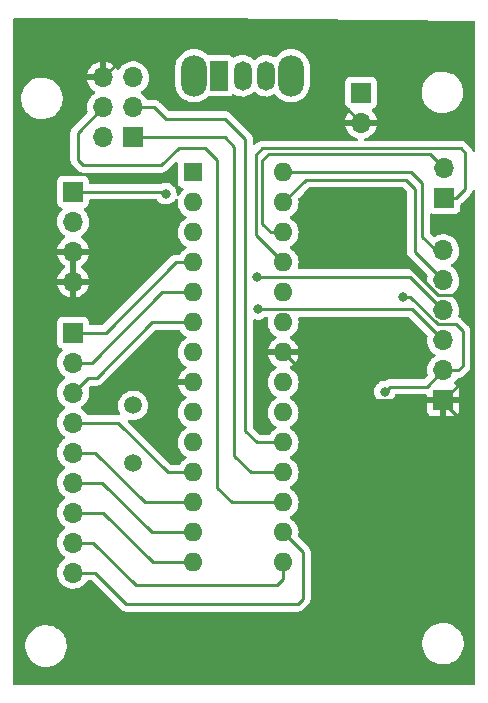
<source format=gbr>
%TF.GenerationSoftware,KiCad,Pcbnew,(6.0.7)*%
%TF.CreationDate,2022-11-04T10:53:51-04:00*%
%TF.ProjectId,proj_7,70726f6a-5f37-42e6-9b69-6361645f7063,rev?*%
%TF.SameCoordinates,Original*%
%TF.FileFunction,Copper,L2,Bot*%
%TF.FilePolarity,Positive*%
%FSLAX46Y46*%
G04 Gerber Fmt 4.6, Leading zero omitted, Abs format (unit mm)*
G04 Created by KiCad (PCBNEW (6.0.7)) date 2022-11-04 10:53:51*
%MOMM*%
%LPD*%
G01*
G04 APERTURE LIST*
%TA.AperFunction,ComponentPad*%
%ADD10R,1.700000X1.700000*%
%TD*%
%TA.AperFunction,ComponentPad*%
%ADD11O,1.700000X1.700000*%
%TD*%
%TA.AperFunction,ComponentPad*%
%ADD12O,2.200000X3.500000*%
%TD*%
%TA.AperFunction,ComponentPad*%
%ADD13R,1.500000X2.500000*%
%TD*%
%TA.AperFunction,ComponentPad*%
%ADD14O,1.500000X2.500000*%
%TD*%
%TA.AperFunction,ComponentPad*%
%ADD15C,1.500000*%
%TD*%
%TA.AperFunction,ComponentPad*%
%ADD16R,1.600000X1.600000*%
%TD*%
%TA.AperFunction,ComponentPad*%
%ADD17O,1.600000X1.600000*%
%TD*%
%TA.AperFunction,ViaPad*%
%ADD18C,0.800000*%
%TD*%
%TA.AperFunction,Conductor*%
%ADD19C,0.250000*%
%TD*%
G04 APERTURE END LIST*
D10*
%TO.P,J1,1,Pin_1*%
%TO.N,GND*%
X134710000Y-96413000D03*
D11*
%TO.P,J1,2,Pin_2*%
%TO.N,VCC*%
X134710000Y-93873000D03*
%TO.P,J1,3,Pin_3*%
%TO.N,RX*%
X134710000Y-91333000D03*
%TO.P,J1,4,Pin_4*%
%TO.N,TX*%
X134710000Y-88793000D03*
%TO.P,J1,5,Pin_5*%
%TO.N,SDA*%
X134710000Y-86253000D03*
%TO.P,J1,6,Pin_6*%
%TO.N,SCL*%
X134710000Y-83713000D03*
%TD*%
D12*
%TO.P,SW1,*%
%TO.N,*%
X113629000Y-68928300D03*
X121829000Y-68928300D03*
D13*
%TO.P,SW1,1,A*%
%TO.N,VCC*%
X115729000Y-68928300D03*
D14*
%TO.P,SW1,2,B*%
%TO.N,BAT*%
X117729000Y-68928300D03*
%TO.P,SW1,3,C*%
%TO.N,unconnected-(SW1-Pad3)*%
X119729000Y-68928300D03*
%TD*%
D15*
%TO.P,Y2,1,1*%
%TO.N,XTAL+*%
X108454000Y-96848000D03*
%TO.P,Y2,2,2*%
%TO.N,XTAL-*%
X108454000Y-101728000D03*
%TD*%
D16*
%TO.P,U1,1,~{RESET}/PC6*%
%TO.N,RST*%
X113538000Y-77122000D03*
D17*
%TO.P,U1,2,PD0*%
%TO.N,RX*%
X113538000Y-79662000D03*
%TO.P,U1,3,PD1*%
%TO.N,TX*%
X113538000Y-82202000D03*
%TO.P,U1,4,PD2*%
%TO.N,D0*%
X113538000Y-84742000D03*
%TO.P,U1,5,PD3*%
%TO.N,D1*%
X113538000Y-87282000D03*
%TO.P,U1,6,PD4*%
%TO.N,D2*%
X113538000Y-89822000D03*
%TO.P,U1,7,VCC*%
%TO.N,VCC*%
X113538000Y-92362000D03*
%TO.P,U1,8,GND*%
%TO.N,GND*%
X113538000Y-94902000D03*
%TO.P,U1,9,XTAL1/PB6*%
%TO.N,XTAL+*%
X113538000Y-97442000D03*
%TO.P,U1,10,XTAL2/PB7*%
%TO.N,XTAL-*%
X113538000Y-99982000D03*
%TO.P,U1,11,PD5*%
%TO.N,D3*%
X113538000Y-102522000D03*
%TO.P,U1,12,PD6*%
%TO.N,D4*%
X113538000Y-105062000D03*
%TO.P,U1,13,PD7*%
%TO.N,D5*%
X113538000Y-107602000D03*
%TO.P,U1,14,PB0*%
%TO.N,D6*%
X113538000Y-110142000D03*
%TO.P,U1,15,PB1*%
%TO.N,D7*%
X121158000Y-110142000D03*
%TO.P,U1,16,PB2*%
%TO.N,D8*%
X121158000Y-107602000D03*
%TO.P,U1,17,PB3*%
%TO.N,MOSI*%
X121158000Y-105062000D03*
%TO.P,U1,18,PB4*%
%TO.N,MISO*%
X121158000Y-102522000D03*
%TO.P,U1,19,PB5*%
%TO.N,SCK*%
X121158000Y-99982000D03*
%TO.P,U1,20,AVCC*%
%TO.N,VCC*%
X121158000Y-97442000D03*
%TO.P,U1,21,AREF*%
X121158000Y-94902000D03*
%TO.P,U1,22,GND*%
%TO.N,GND*%
X121158000Y-92362000D03*
%TO.P,U1,23,PC0*%
%TO.N,ADDRS1*%
X121158000Y-89822000D03*
%TO.P,U1,24,PC1*%
%TO.N,ADDRS2*%
X121158000Y-87282000D03*
%TO.P,U1,25,PC2*%
%TO.N,A0*%
X121158000Y-84742000D03*
%TO.P,U1,26,PC3*%
%TO.N,A1*%
X121158000Y-82202000D03*
%TO.P,U1,27,PC4*%
%TO.N,SDA*%
X121158000Y-79662000D03*
%TO.P,U1,28,PC5*%
%TO.N,SCL*%
X121158000Y-77122000D03*
%TD*%
D10*
%TO.P,J2,1,Pin_1*%
%TO.N,MISO*%
X108454000Y-74152000D03*
D11*
%TO.P,J2,2,Pin_2*%
%TO.N,VCC*%
X105914000Y-74152000D03*
%TO.P,J2,3,Pin_3*%
%TO.N,SCK*%
X108454000Y-71612000D03*
%TO.P,J2,4,Pin_4*%
%TO.N,MOSI*%
X105914000Y-71612000D03*
%TO.P,J2,5,Pin_5*%
%TO.N,RST*%
X108454000Y-69072000D03*
%TO.P,J2,6,Pin_6*%
%TO.N,GND*%
X105914000Y-69072000D03*
%TD*%
D10*
%TO.P,J3,1,Pin_1*%
%TO.N,D0*%
X103378000Y-90678000D03*
D11*
%TO.P,J3,2,Pin_2*%
%TO.N,D1*%
X103378000Y-93218000D03*
%TO.P,J3,3,Pin_3*%
%TO.N,D2*%
X103378000Y-95758000D03*
%TO.P,J3,4,Pin_4*%
%TO.N,D3*%
X103378000Y-98298000D03*
%TO.P,J3,5,Pin_5*%
%TO.N,D4*%
X103378000Y-100838000D03*
%TO.P,J3,6,Pin_6*%
%TO.N,D5*%
X103378000Y-103378000D03*
%TO.P,J3,7,Pin_7*%
%TO.N,D6*%
X103378000Y-105918000D03*
%TO.P,J3,8,Pin_8*%
%TO.N,D7*%
X103378000Y-108458000D03*
%TO.P,J3,9,Pin_9*%
%TO.N,D8*%
X103378000Y-110998000D03*
%TD*%
D10*
%TO.P,J6,1,Pin_1*%
%TO.N,VCC*%
X103378000Y-78750000D03*
D11*
%TO.P,J6,2,Pin_2*%
X103378000Y-81290000D03*
%TO.P,J6,3,Pin_3*%
%TO.N,GND*%
X103378000Y-83830000D03*
%TO.P,J6,4,Pin_4*%
X103378000Y-86370000D03*
%TD*%
D10*
%TO.P,J5,1,Pin_1*%
%TO.N,A0*%
X134804000Y-79268000D03*
D11*
%TO.P,J5,2,Pin_2*%
%TO.N,A1*%
X134804000Y-76728000D03*
%TD*%
D10*
%TO.P,BT1,1,+*%
%TO.N,BAT*%
X127762000Y-70358000D03*
D11*
%TO.P,BT1,2,-*%
%TO.N,GND*%
X127762000Y-72898000D03*
%TD*%
D18*
%TO.N,GND*%
X127152400Y-82753200D03*
X128168400Y-98171000D03*
X128143000Y-91694000D03*
X126365000Y-100711000D03*
X135991600Y-102006400D03*
X124866400Y-95148400D03*
%TO.N,VCC*%
X129768600Y-95681800D03*
X131267200Y-87630000D03*
X111226600Y-78917800D03*
%TO.N,RX*%
X119024400Y-88696800D03*
%TO.N,TX*%
X118973600Y-85953600D03*
%TD*%
D19*
%TO.N,GND*%
X127762000Y-72898000D02*
X125374400Y-70510400D01*
X128168400Y-98171000D02*
X126410400Y-96413000D01*
X125374400Y-67132200D02*
X124129800Y-65887600D01*
X124866400Y-95148400D02*
X126040200Y-96322200D01*
X126410400Y-96413000D02*
X126283400Y-96413000D01*
X127152400Y-82753200D02*
X129548499Y-82753200D01*
X125374400Y-70510400D02*
X125374400Y-67132200D01*
X125209000Y-96413000D02*
X121158000Y-92362000D01*
X134710000Y-96413000D02*
X126283400Y-96413000D01*
X134710000Y-96413000D02*
X134710000Y-96533800D01*
X137051200Y-88207000D02*
X136321800Y-87477600D01*
X128143000Y-91694000D02*
X128143000Y-94310200D01*
X124129800Y-65887600D02*
X109098400Y-65887600D01*
X128168400Y-98907600D02*
X128168400Y-98171000D01*
X126040200Y-96413000D02*
X125209000Y-96413000D01*
X134710000Y-96533800D02*
X135991600Y-97815400D01*
X137051200Y-94071800D02*
X134710000Y-96413000D01*
X129548499Y-82753200D02*
X134272899Y-87477600D01*
X128143000Y-94310200D02*
X126040200Y-96413000D01*
X126283400Y-96413000D02*
X126040200Y-96413000D01*
X126040200Y-96322200D02*
X126040200Y-96413000D01*
X135991600Y-102006400D02*
X135991600Y-97815400D01*
X109098400Y-65887600D02*
X105914000Y-69072000D01*
X136321800Y-87477600D02*
X134272899Y-87477600D01*
X126365000Y-100711000D02*
X128168400Y-98907600D01*
X137051200Y-88207000D02*
X137051200Y-94071800D01*
%TO.N,VCC*%
X111058800Y-78750000D02*
X103378000Y-78750000D01*
X136398000Y-90576400D02*
X135813800Y-89992200D01*
X134710000Y-93873000D02*
X135997000Y-93873000D01*
X135997000Y-93873000D02*
X136398000Y-93472000D01*
X131885299Y-87630000D02*
X134247499Y-89992200D01*
X131267200Y-87630000D02*
X131885299Y-87630000D01*
X134247499Y-89992200D02*
X135813800Y-89992200D01*
X130200400Y-95250000D02*
X133333000Y-95250000D01*
X133333000Y-95250000D02*
X134710000Y-93873000D01*
X136398000Y-93472000D02*
X136398000Y-90576400D01*
X129768600Y-95681800D02*
X130200400Y-95250000D01*
X111226600Y-78917800D02*
X111058800Y-78750000D01*
%TO.N,RX*%
X119024600Y-88697000D02*
X119024400Y-88696800D01*
X134710000Y-91333000D02*
X132074000Y-88697000D01*
X132074000Y-88697000D02*
X119024600Y-88697000D01*
%TO.N,TX*%
X131867699Y-85950699D02*
X118970699Y-85950699D01*
X118970699Y-85950699D02*
X118973600Y-85953600D01*
X134710000Y-88793000D02*
X131867699Y-85950699D01*
%TO.N,SDA*%
X132283200Y-78486000D02*
X132283200Y-83826200D01*
X131521200Y-77724000D02*
X132283200Y-78486000D01*
X134710000Y-86253000D02*
X134650800Y-86253000D01*
X121158000Y-79662000D02*
X123096000Y-77724000D01*
X132283200Y-83826200D02*
X134710000Y-86253000D01*
X123096000Y-77724000D02*
X131521200Y-77724000D01*
%TO.N,SCL*%
X132943600Y-82550000D02*
X134106600Y-83713000D01*
X121158000Y-77122000D02*
X132011400Y-77122000D01*
X132943600Y-78054200D02*
X132943600Y-82550000D01*
X134106600Y-83713000D02*
X134710000Y-83713000D01*
X132011400Y-77122000D02*
X132943600Y-78054200D01*
%TO.N,MISO*%
X108454000Y-74152000D02*
X114087400Y-74152000D01*
X114096800Y-74142600D02*
X116230400Y-74142600D01*
X117017800Y-101092000D02*
X117017800Y-74930000D01*
X116230400Y-74142600D02*
X117017800Y-74930000D01*
X114087400Y-74152000D02*
X114096800Y-74142600D01*
X121158000Y-102522000D02*
X118447800Y-102522000D01*
X118447800Y-102522000D02*
X117017800Y-101092000D01*
%TO.N,SCK*%
X110245400Y-71612000D02*
X108454000Y-71612000D01*
X117957600Y-74320400D02*
X116205000Y-72567800D01*
X118930400Y-99982000D02*
X117957600Y-99009200D01*
X121158000Y-99982000D02*
X118930400Y-99982000D01*
X117957600Y-99009200D02*
X117957600Y-74320400D01*
X116205000Y-72567800D02*
X111201200Y-72567800D01*
X111201200Y-72567800D02*
X110245400Y-71612000D01*
%TO.N,MOSI*%
X112318800Y-75031600D02*
X114554000Y-75031600D01*
X105914000Y-71612000D02*
X103784400Y-73741600D01*
X116822200Y-105062000D02*
X121158000Y-105062000D01*
X104241600Y-76504800D02*
X110845600Y-76504800D01*
X115595400Y-76073000D02*
X115595400Y-103835200D01*
X115595400Y-103835200D02*
X116822200Y-105062000D01*
X114554000Y-75031600D02*
X115595400Y-76073000D01*
X103784400Y-76047600D02*
X104241600Y-76504800D01*
X110845600Y-76504800D02*
X112318800Y-75031600D01*
X103784400Y-73741600D02*
X103784400Y-76047600D01*
%TO.N,D0*%
X112082600Y-84742000D02*
X106146600Y-90678000D01*
X113538000Y-84742000D02*
X112082600Y-84742000D01*
X106146600Y-90678000D02*
X103378000Y-90678000D01*
%TO.N,D1*%
X110939600Y-87282000D02*
X105003600Y-93218000D01*
X113538000Y-87282000D02*
X110939600Y-87282000D01*
X105003600Y-93218000D02*
X103378000Y-93218000D01*
%TO.N,D2*%
X110076000Y-89822000D02*
X105359200Y-94538800D01*
X113538000Y-89822000D02*
X110076000Y-89822000D01*
X104597200Y-94538800D02*
X105359200Y-94538800D01*
X103378000Y-95758000D02*
X104597200Y-94538800D01*
%TO.N,D3*%
X111386600Y-102522000D02*
X113538000Y-102522000D01*
X107162600Y-98298000D02*
X111386600Y-102522000D01*
X103378000Y-98298000D02*
X107162600Y-98298000D01*
%TO.N,D4*%
X105206800Y-100838000D02*
X109430800Y-105062000D01*
X109430800Y-105062000D02*
X113538000Y-105062000D01*
X103378000Y-100838000D02*
X105206800Y-100838000D01*
%TO.N,D5*%
X105816400Y-103378000D02*
X110040400Y-107602000D01*
X103378000Y-103378000D02*
X105816400Y-103378000D01*
X110040400Y-107602000D02*
X113538000Y-107602000D01*
%TO.N,D6*%
X110142000Y-110142000D02*
X105918000Y-105918000D01*
X113538000Y-110142000D02*
X110142000Y-110142000D01*
X105918000Y-105918000D02*
X103378000Y-105918000D01*
%TO.N,D7*%
X121158000Y-110142000D02*
X121158000Y-111582200D01*
X108712000Y-112090200D02*
X105079800Y-108458000D01*
X105079800Y-108458000D02*
X103378000Y-108458000D01*
X120650000Y-112090200D02*
X108712000Y-112090200D01*
X121158000Y-111582200D02*
X120650000Y-112090200D01*
%TO.N,D8*%
X122852200Y-109296200D02*
X122852200Y-113215400D01*
X122852200Y-113215400D02*
X122402600Y-113665000D01*
X107873800Y-113665000D02*
X122402600Y-113665000D01*
X103378000Y-110998000D02*
X105206800Y-110998000D01*
X105206800Y-110998000D02*
X107873800Y-113665000D01*
X122852200Y-109296200D02*
X121158000Y-107602000D01*
%TO.N,A0*%
X136575800Y-78486000D02*
X135793800Y-79268000D01*
X119372800Y-75089600D02*
X136202000Y-75089600D01*
X118821200Y-75641200D02*
X119372800Y-75089600D01*
X135793800Y-79268000D02*
X134804000Y-79268000D01*
X121158000Y-84742000D02*
X118821200Y-82405200D01*
X136202000Y-75089600D02*
X136575800Y-75463400D01*
X136575800Y-75463400D02*
X136575800Y-78486000D01*
X118821200Y-82405200D02*
X118821200Y-75641200D01*
%TO.N,A1*%
X119964200Y-75539600D02*
X133615600Y-75539600D01*
X119405400Y-76098400D02*
X119964200Y-75539600D01*
X120124200Y-82202000D02*
X119405400Y-81483200D01*
X133615600Y-75539600D02*
X134804000Y-76728000D01*
X119405400Y-81483200D02*
X119405400Y-76098400D01*
X121158000Y-82202000D02*
X120124200Y-82202000D01*
%TD*%
%TA.AperFunction,Conductor*%
%TO.N,GND*%
G36*
X114351067Y-64033907D02*
G01*
X137314271Y-64283827D01*
X137382170Y-64304570D01*
X137428076Y-64358728D01*
X137438900Y-64409820D01*
X137438900Y-75263960D01*
X137418898Y-75332081D01*
X137365242Y-75378574D01*
X137294968Y-75388678D01*
X137230388Y-75359184D01*
X137196156Y-75303857D01*
X137194274Y-75304602D01*
X137177996Y-75263488D01*
X137174151Y-75252258D01*
X137164029Y-75217417D01*
X137164029Y-75217416D01*
X137161818Y-75209807D01*
X137157785Y-75202988D01*
X137157783Y-75202983D01*
X137151507Y-75192372D01*
X137142812Y-75174624D01*
X137135352Y-75155783D01*
X137109364Y-75120013D01*
X137102848Y-75110093D01*
X137084378Y-75078863D01*
X137080342Y-75072038D01*
X137074736Y-75066431D01*
X137066020Y-75057715D01*
X137053179Y-75042681D01*
X137045931Y-75032705D01*
X137045930Y-75032704D01*
X137041272Y-75026293D01*
X137007207Y-74998112D01*
X136998426Y-74990122D01*
X136705647Y-74697342D01*
X136698113Y-74689063D01*
X136694000Y-74682582D01*
X136644347Y-74635955D01*
X136641506Y-74633201D01*
X136621770Y-74613465D01*
X136618573Y-74610985D01*
X136609551Y-74603280D01*
X136605400Y-74599382D01*
X136577321Y-74573014D01*
X136570375Y-74569195D01*
X136570372Y-74569193D01*
X136559566Y-74563252D01*
X136543047Y-74552401D01*
X136542583Y-74552041D01*
X136527041Y-74539986D01*
X136519772Y-74536841D01*
X136519768Y-74536838D01*
X136486463Y-74522426D01*
X136475813Y-74517209D01*
X136437060Y-74495905D01*
X136417437Y-74490867D01*
X136398734Y-74484463D01*
X136387420Y-74479567D01*
X136387419Y-74479567D01*
X136380145Y-74476419D01*
X136372322Y-74475180D01*
X136372312Y-74475177D01*
X136336476Y-74469501D01*
X136324856Y-74467095D01*
X136289711Y-74458072D01*
X136289710Y-74458072D01*
X136282030Y-74456100D01*
X136261776Y-74456100D01*
X136242065Y-74454549D01*
X136229886Y-74452620D01*
X136222057Y-74451380D01*
X136192786Y-74454147D01*
X136178039Y-74455541D01*
X136166181Y-74456100D01*
X128153060Y-74456100D01*
X128084939Y-74436098D01*
X128038446Y-74382442D01*
X128028342Y-74312168D01*
X128057836Y-74247588D01*
X128116852Y-74209414D01*
X128254255Y-74168191D01*
X128263842Y-74164433D01*
X128455095Y-74070739D01*
X128463945Y-74065464D01*
X128637328Y-73941792D01*
X128645200Y-73935139D01*
X128796052Y-73784812D01*
X128802730Y-73776965D01*
X128927003Y-73604020D01*
X128932313Y-73595183D01*
X129026670Y-73404267D01*
X129030469Y-73394672D01*
X129092377Y-73190910D01*
X129094555Y-73180837D01*
X129095986Y-73169962D01*
X129093775Y-73155778D01*
X129080617Y-73152000D01*
X126445225Y-73152000D01*
X126431694Y-73155973D01*
X126430257Y-73165966D01*
X126460565Y-73300446D01*
X126463645Y-73310275D01*
X126543770Y-73507603D01*
X126548413Y-73516794D01*
X126659694Y-73698388D01*
X126665777Y-73706699D01*
X126805213Y-73867667D01*
X126812580Y-73874883D01*
X126976434Y-74010916D01*
X126984881Y-74016831D01*
X127168756Y-74124279D01*
X127178042Y-74128729D01*
X127377001Y-74204703D01*
X127391866Y-74209022D01*
X127391186Y-74211362D01*
X127445001Y-74239817D01*
X127479860Y-74301666D01*
X127475746Y-74372544D01*
X127433966Y-74429946D01*
X127367785Y-74455647D01*
X127357110Y-74456100D01*
X119451567Y-74456100D01*
X119440384Y-74455573D01*
X119432891Y-74453898D01*
X119424965Y-74454147D01*
X119424964Y-74454147D01*
X119364814Y-74456038D01*
X119360855Y-74456100D01*
X119332944Y-74456100D01*
X119329010Y-74456597D01*
X119329009Y-74456597D01*
X119328944Y-74456605D01*
X119317107Y-74457538D01*
X119285290Y-74458538D01*
X119280829Y-74458678D01*
X119272910Y-74458927D01*
X119255254Y-74464056D01*
X119253458Y-74464578D01*
X119234106Y-74468586D01*
X119227035Y-74469480D01*
X119214003Y-74471126D01*
X119206634Y-74474043D01*
X119206632Y-74474044D01*
X119172897Y-74487400D01*
X119161669Y-74491245D01*
X119119207Y-74503582D01*
X119112385Y-74507616D01*
X119112379Y-74507619D01*
X119101768Y-74513894D01*
X119084018Y-74522590D01*
X119072556Y-74527128D01*
X119072551Y-74527131D01*
X119065183Y-74530048D01*
X119047770Y-74542699D01*
X119029425Y-74556027D01*
X119019507Y-74562543D01*
X119008263Y-74569193D01*
X118981437Y-74585058D01*
X118967113Y-74599382D01*
X118952081Y-74612221D01*
X118935693Y-74624128D01*
X118909569Y-74655707D01*
X118907512Y-74658193D01*
X118899522Y-74666973D01*
X118806195Y-74760300D01*
X118743883Y-74794326D01*
X118673068Y-74789261D01*
X118616232Y-74746714D01*
X118591421Y-74680194D01*
X118591100Y-74671205D01*
X118591100Y-74399168D01*
X118591627Y-74387985D01*
X118593302Y-74380492D01*
X118591162Y-74312401D01*
X118591100Y-74308444D01*
X118591100Y-74280544D01*
X118590596Y-74276553D01*
X118589663Y-74264711D01*
X118588523Y-74228436D01*
X118588274Y-74220511D01*
X118584936Y-74209022D01*
X118582621Y-74201052D01*
X118578612Y-74181693D01*
X118578446Y-74180383D01*
X118576074Y-74161603D01*
X118573158Y-74154237D01*
X118573156Y-74154231D01*
X118559800Y-74120498D01*
X118555955Y-74109268D01*
X118545830Y-74074417D01*
X118545830Y-74074416D01*
X118543619Y-74066807D01*
X118533305Y-74049366D01*
X118524608Y-74031613D01*
X118520072Y-74020158D01*
X118517152Y-74012783D01*
X118491163Y-73977012D01*
X118484647Y-73967092D01*
X118462142Y-73929038D01*
X118447821Y-73914717D01*
X118434980Y-73899683D01*
X118427731Y-73889706D01*
X118423072Y-73883293D01*
X118388995Y-73855102D01*
X118380216Y-73847112D01*
X116708652Y-72175547D01*
X116701112Y-72167261D01*
X116697000Y-72160782D01*
X116647348Y-72114156D01*
X116644507Y-72111402D01*
X116624770Y-72091665D01*
X116621573Y-72089185D01*
X116612551Y-72081480D01*
X116607419Y-72076661D01*
X116580321Y-72051214D01*
X116573375Y-72047395D01*
X116573372Y-72047393D01*
X116562566Y-72041452D01*
X116546047Y-72030601D01*
X116545583Y-72030241D01*
X116530041Y-72018186D01*
X116522772Y-72015041D01*
X116522768Y-72015038D01*
X116489463Y-72000626D01*
X116478813Y-71995409D01*
X116440060Y-71974105D01*
X116420437Y-71969067D01*
X116401734Y-71962663D01*
X116390420Y-71957767D01*
X116390419Y-71957767D01*
X116383145Y-71954619D01*
X116375322Y-71953380D01*
X116375312Y-71953377D01*
X116339476Y-71947701D01*
X116327856Y-71945295D01*
X116292711Y-71936272D01*
X116292710Y-71936272D01*
X116285030Y-71934300D01*
X116264776Y-71934300D01*
X116245065Y-71932749D01*
X116232886Y-71930820D01*
X116225057Y-71929580D01*
X116217165Y-71930326D01*
X116181039Y-71933741D01*
X116169181Y-71934300D01*
X111515795Y-71934300D01*
X111447674Y-71914298D01*
X111426700Y-71897395D01*
X110785439Y-71256134D01*
X126403500Y-71256134D01*
X126410255Y-71318316D01*
X126461385Y-71454705D01*
X126548739Y-71571261D01*
X126665295Y-71658615D01*
X126673704Y-71661767D01*
X126673705Y-71661768D01*
X126782960Y-71702726D01*
X126839725Y-71745367D01*
X126864425Y-71811929D01*
X126849218Y-71881278D01*
X126829825Y-71907759D01*
X126706590Y-72036717D01*
X126700104Y-72044727D01*
X126580098Y-72220649D01*
X126575000Y-72229623D01*
X126485338Y-72422783D01*
X126481775Y-72432470D01*
X126426389Y-72632183D01*
X126427912Y-72640607D01*
X126440292Y-72644000D01*
X129080344Y-72644000D01*
X129093875Y-72640027D01*
X129095180Y-72630947D01*
X129053214Y-72463875D01*
X129049894Y-72454124D01*
X128964972Y-72258814D01*
X128960105Y-72249739D01*
X128844426Y-72070926D01*
X128838136Y-72062757D01*
X128694293Y-71904677D01*
X128663241Y-71840831D01*
X128671635Y-71770333D01*
X128716812Y-71715564D01*
X128743256Y-71701895D01*
X128850297Y-71661767D01*
X128858705Y-71658615D01*
X128975261Y-71571261D01*
X129062615Y-71454705D01*
X129113745Y-71318316D01*
X129120500Y-71256134D01*
X129120500Y-70440255D01*
X132885258Y-70440255D01*
X132920504Y-70699238D01*
X132921812Y-70703724D01*
X132921812Y-70703726D01*
X132935417Y-70750401D01*
X132993643Y-70950167D01*
X133103068Y-71187528D01*
X133118436Y-71210968D01*
X133243810Y-71402196D01*
X133243814Y-71402201D01*
X133246376Y-71406109D01*
X133420418Y-71601106D01*
X133621370Y-71768237D01*
X133625373Y-71770666D01*
X133840822Y-71901404D01*
X133840826Y-71901406D01*
X133844819Y-71903829D01*
X134085855Y-72004903D01*
X134339183Y-72069241D01*
X134343834Y-72069709D01*
X134343838Y-72069710D01*
X134536708Y-72089131D01*
X134556267Y-72091100D01*
X134711754Y-72091100D01*
X134714079Y-72090927D01*
X134714085Y-72090927D01*
X134901400Y-72077007D01*
X134901404Y-72077006D01*
X134906052Y-72076661D01*
X134910600Y-72075632D01*
X134910606Y-72075631D01*
X135097001Y-72033453D01*
X135160977Y-72018977D01*
X135165331Y-72017284D01*
X135400224Y-71925940D01*
X135400227Y-71925939D01*
X135404577Y-71924247D01*
X135438818Y-71904677D01*
X135550525Y-71840831D01*
X135631498Y-71794551D01*
X135836757Y-71632738D01*
X136015843Y-71442363D01*
X136144627Y-71256723D01*
X136162159Y-71231451D01*
X136162161Y-71231448D01*
X136164824Y-71227609D01*
X136172657Y-71211726D01*
X136278360Y-70997381D01*
X136278361Y-70997378D01*
X136280425Y-70993193D01*
X136360107Y-70744265D01*
X136402121Y-70486293D01*
X136404637Y-70294069D01*
X136405481Y-70229622D01*
X136405481Y-70229619D01*
X136405542Y-70224945D01*
X136370296Y-69965962D01*
X136367244Y-69955489D01*
X136343022Y-69872388D01*
X136297157Y-69715033D01*
X136187732Y-69477672D01*
X136097448Y-69339966D01*
X136046990Y-69263004D01*
X136046986Y-69262999D01*
X136044424Y-69259091D01*
X135870382Y-69064094D01*
X135669430Y-68896963D01*
X135539303Y-68818000D01*
X135449978Y-68763796D01*
X135449974Y-68763794D01*
X135445981Y-68761371D01*
X135204945Y-68660297D01*
X134951617Y-68595959D01*
X134946966Y-68595491D01*
X134946962Y-68595490D01*
X134737671Y-68574416D01*
X134734533Y-68574100D01*
X134579046Y-68574100D01*
X134576721Y-68574273D01*
X134576715Y-68574273D01*
X134389400Y-68588193D01*
X134389396Y-68588194D01*
X134384748Y-68588539D01*
X134380200Y-68589568D01*
X134380194Y-68589569D01*
X134210560Y-68627954D01*
X134129823Y-68646223D01*
X134125471Y-68647915D01*
X134125469Y-68647916D01*
X133890576Y-68739260D01*
X133890573Y-68739261D01*
X133886223Y-68740953D01*
X133659302Y-68870649D01*
X133454043Y-69032462D01*
X133274957Y-69222837D01*
X133169284Y-69375163D01*
X133158794Y-69390285D01*
X133125976Y-69437591D01*
X133123910Y-69441781D01*
X133123908Y-69441784D01*
X133024209Y-69643955D01*
X133010375Y-69672007D01*
X133008953Y-69676450D01*
X133008952Y-69676452D01*
X132979187Y-69769438D01*
X132930693Y-69920935D01*
X132888679Y-70178907D01*
X132887991Y-70231476D01*
X132885346Y-70433559D01*
X132885258Y-70440255D01*
X129120500Y-70440255D01*
X129120500Y-69459866D01*
X129113745Y-69397684D01*
X129062615Y-69261295D01*
X128975261Y-69144739D01*
X128858705Y-69057385D01*
X128722316Y-69006255D01*
X128660134Y-68999500D01*
X126863866Y-68999500D01*
X126801684Y-69006255D01*
X126665295Y-69057385D01*
X126548739Y-69144739D01*
X126461385Y-69261295D01*
X126410255Y-69397684D01*
X126403500Y-69459866D01*
X126403500Y-71256134D01*
X110785439Y-71256134D01*
X110749052Y-71219747D01*
X110741512Y-71211461D01*
X110737400Y-71204982D01*
X110687748Y-71158356D01*
X110684907Y-71155602D01*
X110665170Y-71135865D01*
X110661973Y-71133385D01*
X110652951Y-71125680D01*
X110620721Y-71095414D01*
X110613775Y-71091595D01*
X110613772Y-71091593D01*
X110602966Y-71085652D01*
X110586447Y-71074801D01*
X110585983Y-71074441D01*
X110570441Y-71062386D01*
X110563172Y-71059241D01*
X110563168Y-71059238D01*
X110529863Y-71044826D01*
X110519213Y-71039609D01*
X110480460Y-71018305D01*
X110460837Y-71013267D01*
X110442134Y-71006863D01*
X110430820Y-71001967D01*
X110430819Y-71001967D01*
X110423545Y-70998819D01*
X110415722Y-70997580D01*
X110415712Y-70997577D01*
X110379876Y-70991901D01*
X110368256Y-70989495D01*
X110333111Y-70980472D01*
X110333110Y-70980472D01*
X110325430Y-70978500D01*
X110305176Y-70978500D01*
X110285465Y-70976949D01*
X110273286Y-70975020D01*
X110265457Y-70973780D01*
X110257565Y-70974526D01*
X110221439Y-70977941D01*
X110209581Y-70978500D01*
X109730805Y-70978500D01*
X109662684Y-70958498D01*
X109625013Y-70920940D01*
X109536822Y-70784617D01*
X109536820Y-70784614D01*
X109534014Y-70780277D01*
X109383670Y-70615051D01*
X109379619Y-70611852D01*
X109379615Y-70611848D01*
X109212414Y-70479800D01*
X109212410Y-70479798D01*
X109208359Y-70476598D01*
X109167053Y-70453796D01*
X109117084Y-70403364D01*
X109102312Y-70333921D01*
X109127428Y-70267516D01*
X109154780Y-70240909D01*
X109216656Y-70196773D01*
X109333860Y-70113173D01*
X109492096Y-69955489D01*
X109496196Y-69949784D01*
X109619435Y-69778277D01*
X109622453Y-69774077D01*
X109635995Y-69746678D01*
X109687977Y-69641499D01*
X112020500Y-69641499D01*
X112035391Y-69830703D01*
X112036545Y-69835510D01*
X112036546Y-69835516D01*
X112068975Y-69970593D01*
X112094495Y-70076891D01*
X112096388Y-70081462D01*
X112096389Y-70081464D01*
X112179803Y-70282842D01*
X112191384Y-70310802D01*
X112323672Y-70526676D01*
X112488102Y-70719198D01*
X112680624Y-70883628D01*
X112896498Y-71015916D01*
X112901068Y-71017809D01*
X112901072Y-71017811D01*
X113088423Y-71095414D01*
X113130409Y-71112805D01*
X113174566Y-71123406D01*
X113371784Y-71170754D01*
X113371790Y-71170755D01*
X113376597Y-71171909D01*
X113629000Y-71191774D01*
X113881403Y-71171909D01*
X113886210Y-71170755D01*
X113886216Y-71170754D01*
X114083434Y-71123406D01*
X114127591Y-71112805D01*
X114169577Y-71095414D01*
X114356928Y-71017811D01*
X114356932Y-71017809D01*
X114361502Y-71015916D01*
X114577376Y-70883628D01*
X114769898Y-70719198D01*
X114772093Y-70716628D01*
X114834024Y-70682810D01*
X114874414Y-70680668D01*
X114927467Y-70686431D01*
X114927471Y-70686431D01*
X114930866Y-70686800D01*
X116527134Y-70686800D01*
X116589316Y-70680045D01*
X116725705Y-70628915D01*
X116842261Y-70541561D01*
X116866579Y-70509113D01*
X116923436Y-70466599D01*
X116994254Y-70461573D01*
X117037680Y-70480098D01*
X117115601Y-70532459D01*
X117115610Y-70532464D01*
X117120262Y-70535590D01*
X117325967Y-70625888D01*
X117331418Y-70627197D01*
X117331422Y-70627198D01*
X117538954Y-70677022D01*
X117544411Y-70678332D01*
X117622079Y-70682810D01*
X117763083Y-70690940D01*
X117763086Y-70690940D01*
X117768690Y-70691263D01*
X117991715Y-70664275D01*
X118206435Y-70598218D01*
X118211415Y-70595648D01*
X118211419Y-70595646D01*
X118401081Y-70497754D01*
X118401082Y-70497754D01*
X118406064Y-70495182D01*
X118584292Y-70358423D01*
X118588063Y-70354278D01*
X118588067Y-70354275D01*
X118635480Y-70302169D01*
X118696121Y-70265246D01*
X118767096Y-70266969D01*
X118816358Y-70296483D01*
X118862444Y-70341144D01*
X118926650Y-70403364D01*
X118933799Y-70410292D01*
X119120262Y-70535590D01*
X119325967Y-70625888D01*
X119331418Y-70627197D01*
X119331422Y-70627198D01*
X119538954Y-70677022D01*
X119544411Y-70678332D01*
X119622079Y-70682810D01*
X119763083Y-70690940D01*
X119763086Y-70690940D01*
X119768690Y-70691263D01*
X119991715Y-70664275D01*
X120206435Y-70598218D01*
X120211415Y-70595648D01*
X120211419Y-70595646D01*
X120380278Y-70508491D01*
X120449985Y-70495022D01*
X120515909Y-70521377D01*
X120533879Y-70538627D01*
X120684889Y-70715437D01*
X120684894Y-70715442D01*
X120688102Y-70719198D01*
X120880624Y-70883628D01*
X121096498Y-71015916D01*
X121101068Y-71017809D01*
X121101072Y-71017811D01*
X121288423Y-71095414D01*
X121330409Y-71112805D01*
X121374566Y-71123406D01*
X121571784Y-71170754D01*
X121571790Y-71170755D01*
X121576597Y-71171909D01*
X121829000Y-71191774D01*
X122081403Y-71171909D01*
X122086210Y-71170755D01*
X122086216Y-71170754D01*
X122283434Y-71123406D01*
X122327591Y-71112805D01*
X122369577Y-71095414D01*
X122556928Y-71017811D01*
X122556932Y-71017809D01*
X122561502Y-71015916D01*
X122777376Y-70883628D01*
X122969898Y-70719198D01*
X123134328Y-70526676D01*
X123266616Y-70310802D01*
X123278198Y-70282842D01*
X123361611Y-70081464D01*
X123361612Y-70081462D01*
X123363505Y-70076891D01*
X123389025Y-69970593D01*
X123421454Y-69835516D01*
X123421455Y-69835510D01*
X123422609Y-69830703D01*
X123437500Y-69641499D01*
X123437500Y-68215101D01*
X123422609Y-68025897D01*
X123402041Y-67940222D01*
X123383821Y-67864332D01*
X123363505Y-67779709D01*
X123354094Y-67756989D01*
X123268511Y-67550372D01*
X123268509Y-67550368D01*
X123266616Y-67545798D01*
X123134328Y-67329924D01*
X122969898Y-67137402D01*
X122777376Y-66972972D01*
X122561502Y-66840684D01*
X122556932Y-66838791D01*
X122556928Y-66838789D01*
X122332164Y-66745689D01*
X122332162Y-66745688D01*
X122327591Y-66743795D01*
X122242968Y-66723479D01*
X122086216Y-66685846D01*
X122086210Y-66685845D01*
X122081403Y-66684691D01*
X121829000Y-66664826D01*
X121576597Y-66684691D01*
X121571790Y-66685845D01*
X121571784Y-66685846D01*
X121415032Y-66723479D01*
X121330409Y-66743795D01*
X121325838Y-66745688D01*
X121325836Y-66745689D01*
X121101072Y-66838789D01*
X121101068Y-66838791D01*
X121096498Y-66840684D01*
X120880624Y-66972972D01*
X120688102Y-67137402D01*
X120684894Y-67141158D01*
X120533617Y-67318280D01*
X120474166Y-67357089D01*
X120403172Y-67357595D01*
X120367534Y-67341033D01*
X120337738Y-67321010D01*
X120132033Y-67230712D01*
X120126582Y-67229403D01*
X120126578Y-67229402D01*
X119919046Y-67179578D01*
X119919045Y-67179578D01*
X119913589Y-67178268D01*
X119829525Y-67173421D01*
X119694917Y-67165660D01*
X119694914Y-67165660D01*
X119689310Y-67165337D01*
X119466285Y-67192325D01*
X119251565Y-67258382D01*
X119246585Y-67260952D01*
X119246581Y-67260954D01*
X119104790Y-67334138D01*
X119051936Y-67361418D01*
X118873708Y-67498177D01*
X118869937Y-67502322D01*
X118869933Y-67502325D01*
X118822520Y-67554431D01*
X118761879Y-67591354D01*
X118690904Y-67589631D01*
X118641642Y-67560117D01*
X118524201Y-67446308D01*
X118337738Y-67321010D01*
X118132033Y-67230712D01*
X118126582Y-67229403D01*
X118126578Y-67229402D01*
X117919046Y-67179578D01*
X117919045Y-67179578D01*
X117913589Y-67178268D01*
X117829525Y-67173421D01*
X117694917Y-67165660D01*
X117694914Y-67165660D01*
X117689310Y-67165337D01*
X117466285Y-67192325D01*
X117251565Y-67258382D01*
X117246585Y-67260952D01*
X117246581Y-67260954D01*
X117104790Y-67334138D01*
X117051936Y-67361418D01*
X117047488Y-67364831D01*
X117047482Y-67364835D01*
X117041986Y-67369052D01*
X116975766Y-67394652D01*
X116906217Y-67380387D01*
X116864458Y-67344656D01*
X116847641Y-67322218D01*
X116842261Y-67315039D01*
X116725705Y-67227685D01*
X116589316Y-67176555D01*
X116527134Y-67169800D01*
X114930866Y-67169800D01*
X114927471Y-67170169D01*
X114927467Y-67170169D01*
X114874414Y-67175932D01*
X114804531Y-67163403D01*
X114772240Y-67140145D01*
X114769898Y-67137402D01*
X114577376Y-66972972D01*
X114361502Y-66840684D01*
X114356932Y-66838791D01*
X114356928Y-66838789D01*
X114132164Y-66745689D01*
X114132162Y-66745688D01*
X114127591Y-66743795D01*
X114042968Y-66723479D01*
X113886216Y-66685846D01*
X113886210Y-66685845D01*
X113881403Y-66684691D01*
X113629000Y-66664826D01*
X113376597Y-66684691D01*
X113371790Y-66685845D01*
X113371784Y-66685846D01*
X113215032Y-66723479D01*
X113130409Y-66743795D01*
X113125838Y-66745688D01*
X113125836Y-66745689D01*
X112901072Y-66838789D01*
X112901068Y-66838791D01*
X112896498Y-66840684D01*
X112680624Y-66972972D01*
X112488102Y-67137402D01*
X112323672Y-67329924D01*
X112191384Y-67545798D01*
X112189491Y-67550368D01*
X112189489Y-67550372D01*
X112103906Y-67756989D01*
X112094495Y-67779709D01*
X112074179Y-67864332D01*
X112055960Y-67940222D01*
X112035391Y-68025897D01*
X112020500Y-68215101D01*
X112020500Y-69641499D01*
X109687977Y-69641499D01*
X109719136Y-69578453D01*
X109719137Y-69578451D01*
X109721430Y-69573811D01*
X109786370Y-69360069D01*
X109815529Y-69138590D01*
X109816531Y-69097569D01*
X109817074Y-69075365D01*
X109817074Y-69075361D01*
X109817156Y-69072000D01*
X109798852Y-68849361D01*
X109744431Y-68632702D01*
X109655354Y-68427840D01*
X109534014Y-68240277D01*
X109383670Y-68075051D01*
X109379619Y-68071852D01*
X109379615Y-68071848D01*
X109212414Y-67939800D01*
X109212410Y-67939798D01*
X109208359Y-67936598D01*
X109172028Y-67916542D01*
X109156136Y-67907769D01*
X109012789Y-67828638D01*
X109007920Y-67826914D01*
X109007916Y-67826912D01*
X108807087Y-67755795D01*
X108807083Y-67755794D01*
X108802212Y-67754069D01*
X108797119Y-67753162D01*
X108797116Y-67753161D01*
X108587373Y-67715800D01*
X108587367Y-67715799D01*
X108582284Y-67714894D01*
X108508452Y-67713992D01*
X108364081Y-67712228D01*
X108364079Y-67712228D01*
X108358911Y-67712165D01*
X108138091Y-67745955D01*
X107925756Y-67815357D01*
X107727607Y-67918507D01*
X107723474Y-67921610D01*
X107723471Y-67921612D01*
X107578005Y-68030831D01*
X107548965Y-68052635D01*
X107394629Y-68214138D01*
X107391715Y-68218410D01*
X107391714Y-68218411D01*
X107286898Y-68372066D01*
X107231987Y-68417069D01*
X107161462Y-68425240D01*
X107097715Y-68393986D01*
X107077018Y-68369502D01*
X106996426Y-68244926D01*
X106990136Y-68236757D01*
X106846806Y-68079240D01*
X106839273Y-68072215D01*
X106672139Y-67940222D01*
X106663552Y-67934517D01*
X106477117Y-67831599D01*
X106467705Y-67827369D01*
X106266959Y-67756280D01*
X106256988Y-67753646D01*
X106185837Y-67740972D01*
X106172540Y-67742432D01*
X106168000Y-67756989D01*
X106168000Y-69200000D01*
X106147998Y-69268121D01*
X106094342Y-69314614D01*
X106042000Y-69326000D01*
X104597225Y-69326000D01*
X104583694Y-69329973D01*
X104582257Y-69339966D01*
X104612565Y-69474446D01*
X104615645Y-69484275D01*
X104695770Y-69681603D01*
X104700413Y-69690794D01*
X104811694Y-69872388D01*
X104817777Y-69880699D01*
X104957213Y-70041667D01*
X104964580Y-70048883D01*
X105128434Y-70184916D01*
X105136881Y-70190831D01*
X105205969Y-70231203D01*
X105254693Y-70282842D01*
X105267764Y-70352625D01*
X105241033Y-70418396D01*
X105200584Y-70451752D01*
X105187607Y-70458507D01*
X105183474Y-70461610D01*
X105183471Y-70461612D01*
X105081941Y-70537843D01*
X105008965Y-70592635D01*
X105005393Y-70596373D01*
X104874882Y-70732945D01*
X104854629Y-70754138D01*
X104728743Y-70938680D01*
X104690011Y-71022121D01*
X104653471Y-71100841D01*
X104634688Y-71141305D01*
X104574989Y-71356570D01*
X104551251Y-71578695D01*
X104551548Y-71583848D01*
X104551548Y-71583851D01*
X104558402Y-71702726D01*
X104564110Y-71801715D01*
X104565247Y-71806761D01*
X104565248Y-71806767D01*
X104587314Y-71904677D01*
X104596801Y-71946773D01*
X104597453Y-71949668D01*
X104592917Y-72020520D01*
X104563631Y-72066464D01*
X103392147Y-73237948D01*
X103383861Y-73245488D01*
X103377382Y-73249600D01*
X103371957Y-73255377D01*
X103330757Y-73299251D01*
X103328002Y-73302093D01*
X103308265Y-73321830D01*
X103305785Y-73325027D01*
X103298082Y-73334047D01*
X103267814Y-73366279D01*
X103263995Y-73373225D01*
X103263993Y-73373228D01*
X103258052Y-73384034D01*
X103247201Y-73400553D01*
X103234786Y-73416559D01*
X103231641Y-73423828D01*
X103231638Y-73423832D01*
X103217226Y-73457137D01*
X103212009Y-73467787D01*
X103190705Y-73506540D01*
X103188734Y-73514215D01*
X103188734Y-73514216D01*
X103185667Y-73526162D01*
X103179263Y-73544866D01*
X103171219Y-73563455D01*
X103169980Y-73571278D01*
X103169977Y-73571288D01*
X103164301Y-73607124D01*
X103161895Y-73618744D01*
X103150900Y-73661570D01*
X103150900Y-73681824D01*
X103149349Y-73701534D01*
X103146180Y-73721543D01*
X103146926Y-73729435D01*
X103150341Y-73765561D01*
X103150900Y-73777419D01*
X103150900Y-75968833D01*
X103150373Y-75980016D01*
X103148698Y-75987509D01*
X103148947Y-75995435D01*
X103148947Y-75995436D01*
X103150838Y-76055586D01*
X103150900Y-76059545D01*
X103150900Y-76087456D01*
X103151397Y-76091390D01*
X103151397Y-76091391D01*
X103151405Y-76091456D01*
X103152338Y-76103293D01*
X103153727Y-76147489D01*
X103159378Y-76166939D01*
X103163387Y-76186300D01*
X103165926Y-76206397D01*
X103168845Y-76213768D01*
X103168845Y-76213770D01*
X103182204Y-76247512D01*
X103186049Y-76258742D01*
X103190443Y-76273866D01*
X103198382Y-76301193D01*
X103202415Y-76308012D01*
X103202417Y-76308017D01*
X103208693Y-76318628D01*
X103217388Y-76336376D01*
X103224848Y-76355217D01*
X103229510Y-76361633D01*
X103229510Y-76361634D01*
X103250836Y-76390987D01*
X103257352Y-76400907D01*
X103279858Y-76438962D01*
X103294179Y-76453283D01*
X103307019Y-76468316D01*
X103318928Y-76484707D01*
X103325034Y-76489758D01*
X103353005Y-76512898D01*
X103361784Y-76520888D01*
X103737943Y-76897047D01*
X103745487Y-76905337D01*
X103749600Y-76911818D01*
X103755377Y-76917243D01*
X103799267Y-76958458D01*
X103802109Y-76961213D01*
X103821830Y-76980934D01*
X103825025Y-76983412D01*
X103834047Y-76991118D01*
X103866279Y-77021386D01*
X103873228Y-77025206D01*
X103884032Y-77031146D01*
X103900556Y-77041999D01*
X103916559Y-77054413D01*
X103957143Y-77071976D01*
X103967773Y-77077183D01*
X104006540Y-77098495D01*
X104014217Y-77100466D01*
X104014222Y-77100468D01*
X104026158Y-77103532D01*
X104044866Y-77109937D01*
X104063455Y-77117981D01*
X104071280Y-77119220D01*
X104071282Y-77119221D01*
X104107119Y-77124897D01*
X104118740Y-77127304D01*
X104151529Y-77135722D01*
X104161570Y-77138300D01*
X104181831Y-77138300D01*
X104201539Y-77139851D01*
X104209120Y-77141051D01*
X104223867Y-77148043D01*
X104229218Y-77144604D01*
X104252859Y-77140059D01*
X104265554Y-77138859D01*
X104277411Y-77138300D01*
X110766833Y-77138300D01*
X110778016Y-77138827D01*
X110785509Y-77140502D01*
X110793435Y-77140253D01*
X110793436Y-77140253D01*
X110853586Y-77138362D01*
X110857545Y-77138300D01*
X110885456Y-77138300D01*
X110889391Y-77137803D01*
X110889456Y-77137795D01*
X110901293Y-77136862D01*
X110933551Y-77135848D01*
X110937570Y-77135722D01*
X110945489Y-77135473D01*
X110964943Y-77129821D01*
X110984300Y-77125813D01*
X110996530Y-77124268D01*
X110996531Y-77124268D01*
X111004397Y-77123274D01*
X111011768Y-77120355D01*
X111011770Y-77120355D01*
X111045512Y-77106996D01*
X111056742Y-77103151D01*
X111091583Y-77093029D01*
X111091584Y-77093029D01*
X111099193Y-77090818D01*
X111106012Y-77086785D01*
X111106017Y-77086783D01*
X111116628Y-77080507D01*
X111134376Y-77071812D01*
X111153217Y-77064352D01*
X111173587Y-77049553D01*
X111188987Y-77038364D01*
X111198907Y-77031848D01*
X111230135Y-77013380D01*
X111230138Y-77013378D01*
X111236962Y-77009342D01*
X111251283Y-76995021D01*
X111266317Y-76982180D01*
X111268032Y-76980934D01*
X111282707Y-76970272D01*
X111310898Y-76936195D01*
X111318888Y-76927416D01*
X112014405Y-76231899D01*
X112076717Y-76197873D01*
X112147532Y-76202938D01*
X112204368Y-76245485D01*
X112229179Y-76312005D01*
X112229500Y-76320994D01*
X112229500Y-77970134D01*
X112236255Y-78032316D01*
X112287385Y-78168705D01*
X112374739Y-78285261D01*
X112491295Y-78372615D01*
X112627684Y-78423745D01*
X112638474Y-78424917D01*
X112640606Y-78425803D01*
X112643222Y-78426425D01*
X112643121Y-78426848D01*
X112704035Y-78452155D01*
X112744463Y-78510517D01*
X112746922Y-78581471D01*
X112710629Y-78642490D01*
X112701969Y-78649489D01*
X112698207Y-78652646D01*
X112693700Y-78655802D01*
X112531802Y-78817700D01*
X112528645Y-78822208D01*
X112528643Y-78822211D01*
X112478690Y-78893551D01*
X112400477Y-79005251D01*
X112398154Y-79010233D01*
X112398151Y-79010238D01*
X112370683Y-79069144D01*
X112323765Y-79122429D01*
X112255488Y-79141890D01*
X112187528Y-79121348D01*
X112141463Y-79067325D01*
X112131178Y-79002723D01*
X112133209Y-78983407D01*
X112140104Y-78917800D01*
X112124971Y-78773813D01*
X112120832Y-78734435D01*
X112120832Y-78734433D01*
X112120142Y-78727872D01*
X112061127Y-78546244D01*
X112050383Y-78527634D01*
X112009097Y-78456125D01*
X111965640Y-78380856D01*
X111947203Y-78360379D01*
X111842275Y-78243845D01*
X111842274Y-78243844D01*
X111837853Y-78238934D01*
X111683352Y-78126682D01*
X111677324Y-78123998D01*
X111677322Y-78123997D01*
X111514919Y-78051691D01*
X111514918Y-78051691D01*
X111508888Y-78049006D01*
X111393409Y-78024460D01*
X111328544Y-78010672D01*
X111328539Y-78010672D01*
X111322087Y-78009300D01*
X111131113Y-78009300D01*
X111124661Y-78010672D01*
X111124656Y-78010672D01*
X111059791Y-78024460D01*
X110944312Y-78049006D01*
X110938285Y-78051689D01*
X110938277Y-78051692D01*
X110817182Y-78105607D01*
X110765934Y-78116500D01*
X104862500Y-78116500D01*
X104794379Y-78096498D01*
X104747886Y-78042842D01*
X104736500Y-77990500D01*
X104736500Y-77851866D01*
X104729745Y-77789684D01*
X104678615Y-77653295D01*
X104591261Y-77536739D01*
X104474705Y-77449385D01*
X104338316Y-77398255D01*
X104276134Y-77391500D01*
X104264716Y-77391500D01*
X104227832Y-77380670D01*
X104205555Y-77390461D01*
X104189407Y-77391500D01*
X102479866Y-77391500D01*
X102417684Y-77398255D01*
X102281295Y-77449385D01*
X102164739Y-77536739D01*
X102077385Y-77653295D01*
X102026255Y-77789684D01*
X102019500Y-77851866D01*
X102019500Y-79648134D01*
X102026255Y-79710316D01*
X102077385Y-79846705D01*
X102164739Y-79963261D01*
X102281295Y-80050615D01*
X102289704Y-80053767D01*
X102289705Y-80053768D01*
X102398451Y-80094535D01*
X102455216Y-80137176D01*
X102479916Y-80203738D01*
X102464709Y-80273087D01*
X102445316Y-80299568D01*
X102383070Y-80364705D01*
X102318629Y-80432138D01*
X102315715Y-80436410D01*
X102315714Y-80436411D01*
X102281449Y-80486642D01*
X102192743Y-80616680D01*
X102177003Y-80650590D01*
X102106791Y-80801849D01*
X102098688Y-80819305D01*
X102038989Y-81034570D01*
X102015251Y-81256695D01*
X102015548Y-81261848D01*
X102015548Y-81261851D01*
X102020850Y-81353803D01*
X102028110Y-81479715D01*
X102029247Y-81484761D01*
X102029248Y-81484767D01*
X102041863Y-81540743D01*
X102077222Y-81697639D01*
X102161266Y-81904616D01*
X102277987Y-82095088D01*
X102424250Y-82263938D01*
X102596126Y-82406632D01*
X102626887Y-82424607D01*
X102669955Y-82449774D01*
X102718679Y-82501412D01*
X102731750Y-82571195D01*
X102705019Y-82636967D01*
X102664562Y-82670327D01*
X102656457Y-82674546D01*
X102647738Y-82680036D01*
X102477433Y-82807905D01*
X102469726Y-82814748D01*
X102322590Y-82968717D01*
X102316104Y-82976727D01*
X102196098Y-83152649D01*
X102191000Y-83161623D01*
X102101338Y-83354783D01*
X102097775Y-83364470D01*
X102042389Y-83564183D01*
X102043912Y-83572607D01*
X102056292Y-83576000D01*
X104696344Y-83576000D01*
X104709875Y-83572027D01*
X104711180Y-83562947D01*
X104669214Y-83395875D01*
X104665894Y-83386124D01*
X104580972Y-83190814D01*
X104576105Y-83181739D01*
X104460426Y-83002926D01*
X104454136Y-82994757D01*
X104310806Y-82837240D01*
X104303273Y-82830215D01*
X104136139Y-82698222D01*
X104127556Y-82692520D01*
X104090602Y-82672120D01*
X104040631Y-82621687D01*
X104025859Y-82552245D01*
X104050975Y-82485839D01*
X104078327Y-82459232D01*
X104119187Y-82430087D01*
X104257860Y-82331173D01*
X104264557Y-82324500D01*
X104412435Y-82177137D01*
X104416096Y-82173489D01*
X104475594Y-82090689D01*
X104543435Y-81996277D01*
X104546453Y-81992077D01*
X104645430Y-81791811D01*
X104690251Y-81644289D01*
X104708865Y-81583023D01*
X104708865Y-81583021D01*
X104710370Y-81578069D01*
X104739529Y-81356590D01*
X104741156Y-81290000D01*
X104722852Y-81067361D01*
X104668431Y-80850702D01*
X104579354Y-80645840D01*
X104491603Y-80510197D01*
X104460822Y-80462617D01*
X104460820Y-80462614D01*
X104458014Y-80458277D01*
X104454532Y-80454450D01*
X104310798Y-80296488D01*
X104279746Y-80232642D01*
X104288141Y-80162143D01*
X104333317Y-80107375D01*
X104359761Y-80093706D01*
X104466297Y-80053767D01*
X104474705Y-80050615D01*
X104591261Y-79963261D01*
X104678615Y-79846705D01*
X104729745Y-79710316D01*
X104736500Y-79648134D01*
X104736500Y-79509500D01*
X104756502Y-79441379D01*
X104810158Y-79394886D01*
X104862500Y-79383500D01*
X110373681Y-79383500D01*
X110441802Y-79403502D01*
X110480221Y-79443795D01*
X110480376Y-79443682D01*
X110481215Y-79444837D01*
X110482798Y-79446497D01*
X110484256Y-79449023D01*
X110484261Y-79449029D01*
X110487560Y-79454744D01*
X110615347Y-79596666D01*
X110769848Y-79708918D01*
X110775876Y-79711602D01*
X110775878Y-79711603D01*
X110938281Y-79783909D01*
X110944312Y-79786594D01*
X111037713Y-79806447D01*
X111124656Y-79824928D01*
X111124661Y-79824928D01*
X111131113Y-79826300D01*
X111322087Y-79826300D01*
X111328539Y-79824928D01*
X111328544Y-79824928D01*
X111415487Y-79806447D01*
X111508888Y-79786594D01*
X111514919Y-79783909D01*
X111677322Y-79711603D01*
X111677324Y-79711602D01*
X111683352Y-79708918D01*
X111837853Y-79596666D01*
X111965640Y-79454744D01*
X112007931Y-79381494D01*
X112059312Y-79332502D01*
X112129026Y-79319065D01*
X112194937Y-79345452D01*
X112236119Y-79403284D01*
X112242570Y-79455476D01*
X112230218Y-79596666D01*
X112224502Y-79662000D01*
X112244457Y-79890087D01*
X112245881Y-79895400D01*
X112245881Y-79895402D01*
X112288316Y-80053768D01*
X112303716Y-80111243D01*
X112306039Y-80116224D01*
X112306039Y-80116225D01*
X112398151Y-80313762D01*
X112398154Y-80313767D01*
X112400477Y-80318749D01*
X112531802Y-80506300D01*
X112693700Y-80668198D01*
X112698208Y-80671355D01*
X112698211Y-80671357D01*
X112735673Y-80697588D01*
X112881251Y-80799523D01*
X112886233Y-80801846D01*
X112886238Y-80801849D01*
X112920457Y-80817805D01*
X112973742Y-80864722D01*
X112993203Y-80932999D01*
X112972661Y-81000959D01*
X112920457Y-81046195D01*
X112886238Y-81062151D01*
X112886233Y-81062154D01*
X112881251Y-81064477D01*
X112869762Y-81072522D01*
X112698211Y-81192643D01*
X112698208Y-81192645D01*
X112693700Y-81195802D01*
X112531802Y-81357700D01*
X112400477Y-81545251D01*
X112398154Y-81550233D01*
X112398151Y-81550238D01*
X112334722Y-81686263D01*
X112303716Y-81752757D01*
X112302294Y-81758065D01*
X112302293Y-81758067D01*
X112264308Y-81899829D01*
X112244457Y-81973913D01*
X112224502Y-82202000D01*
X112244457Y-82430087D01*
X112245881Y-82435400D01*
X112245881Y-82435402D01*
X112283314Y-82575101D01*
X112303716Y-82651243D01*
X112306039Y-82656224D01*
X112306039Y-82656225D01*
X112398151Y-82853762D01*
X112398154Y-82853767D01*
X112400477Y-82858749D01*
X112531802Y-83046300D01*
X112693700Y-83208198D01*
X112698208Y-83211355D01*
X112698211Y-83211357D01*
X112754079Y-83250476D01*
X112881251Y-83339523D01*
X112886233Y-83341846D01*
X112886238Y-83341849D01*
X112920457Y-83357805D01*
X112973742Y-83404722D01*
X112993203Y-83472999D01*
X112972661Y-83540959D01*
X112920457Y-83586195D01*
X112886238Y-83602151D01*
X112886233Y-83602154D01*
X112881251Y-83604477D01*
X112776389Y-83677902D01*
X112698211Y-83732643D01*
X112698208Y-83732645D01*
X112693700Y-83735802D01*
X112531802Y-83897700D01*
X112528645Y-83902208D01*
X112528643Y-83902211D01*
X112421819Y-84054771D01*
X112366362Y-84099099D01*
X112318606Y-84108500D01*
X112161368Y-84108500D01*
X112150185Y-84107973D01*
X112142692Y-84106298D01*
X112134766Y-84106547D01*
X112134765Y-84106547D01*
X112074602Y-84108438D01*
X112070644Y-84108500D01*
X112042744Y-84108500D01*
X112038754Y-84109004D01*
X112026920Y-84109936D01*
X111982711Y-84111326D01*
X111975097Y-84113538D01*
X111975092Y-84113539D01*
X111963259Y-84116977D01*
X111943896Y-84120988D01*
X111923803Y-84123526D01*
X111916436Y-84126443D01*
X111916431Y-84126444D01*
X111882692Y-84139802D01*
X111871465Y-84143646D01*
X111829007Y-84155982D01*
X111822181Y-84160019D01*
X111811572Y-84166293D01*
X111793824Y-84174988D01*
X111774983Y-84182448D01*
X111768567Y-84187110D01*
X111768566Y-84187110D01*
X111739213Y-84208436D01*
X111729293Y-84214952D01*
X111698065Y-84233420D01*
X111698062Y-84233422D01*
X111691238Y-84237458D01*
X111676917Y-84251779D01*
X111661884Y-84264619D01*
X111645493Y-84276528D01*
X111626499Y-84299488D01*
X111617302Y-84310605D01*
X111609312Y-84319384D01*
X105921100Y-90007595D01*
X105858788Y-90041621D01*
X105832005Y-90044500D01*
X104862500Y-90044500D01*
X104794379Y-90024498D01*
X104747886Y-89970842D01*
X104736500Y-89918500D01*
X104736500Y-89779866D01*
X104729745Y-89717684D01*
X104678615Y-89581295D01*
X104591261Y-89464739D01*
X104474705Y-89377385D01*
X104338316Y-89326255D01*
X104276134Y-89319500D01*
X102479866Y-89319500D01*
X102417684Y-89326255D01*
X102281295Y-89377385D01*
X102164739Y-89464739D01*
X102077385Y-89581295D01*
X102026255Y-89717684D01*
X102019500Y-89779866D01*
X102019500Y-91576134D01*
X102026255Y-91638316D01*
X102077385Y-91774705D01*
X102164739Y-91891261D01*
X102281295Y-91978615D01*
X102289704Y-91981767D01*
X102289705Y-91981768D01*
X102398451Y-92022535D01*
X102455216Y-92065176D01*
X102479916Y-92131738D01*
X102464709Y-92201087D01*
X102445316Y-92227568D01*
X102318629Y-92360138D01*
X102192743Y-92544680D01*
X102159472Y-92616357D01*
X102101708Y-92740800D01*
X102098688Y-92747305D01*
X102038989Y-92962570D01*
X102015251Y-93184695D01*
X102015548Y-93189848D01*
X102015548Y-93189851D01*
X102025991Y-93370972D01*
X102028110Y-93407715D01*
X102029247Y-93412761D01*
X102029248Y-93412767D01*
X102047991Y-93495931D01*
X102077222Y-93625639D01*
X102161266Y-93832616D01*
X102210467Y-93912905D01*
X102245093Y-93969409D01*
X102277987Y-94023088D01*
X102424250Y-94191938D01*
X102596126Y-94334632D01*
X102659956Y-94371931D01*
X102669445Y-94377476D01*
X102718169Y-94429114D01*
X102731240Y-94498897D01*
X102704509Y-94564669D01*
X102664055Y-94598027D01*
X102651607Y-94604507D01*
X102647474Y-94607610D01*
X102647471Y-94607612D01*
X102495576Y-94721658D01*
X102472965Y-94738635D01*
X102469393Y-94742373D01*
X102323957Y-94894563D01*
X102318629Y-94900138D01*
X102192743Y-95084680D01*
X102151165Y-95174253D01*
X102126882Y-95226567D01*
X102098688Y-95287305D01*
X102038989Y-95502570D01*
X102015251Y-95724695D01*
X102015548Y-95729848D01*
X102015548Y-95729851D01*
X102025991Y-95910972D01*
X102028110Y-95947715D01*
X102029247Y-95952761D01*
X102029248Y-95952767D01*
X102048089Y-96036366D01*
X102077222Y-96165639D01*
X102115461Y-96259811D01*
X102156414Y-96360666D01*
X102161266Y-96372616D01*
X102199986Y-96435802D01*
X102270331Y-96550594D01*
X102277987Y-96563088D01*
X102424250Y-96731938D01*
X102596126Y-96874632D01*
X102612652Y-96884289D01*
X102669445Y-96917476D01*
X102718169Y-96969114D01*
X102731240Y-97038897D01*
X102704509Y-97104669D01*
X102664055Y-97138027D01*
X102651607Y-97144507D01*
X102647474Y-97147610D01*
X102647471Y-97147612D01*
X102551868Y-97219393D01*
X102472965Y-97278635D01*
X102318629Y-97440138D01*
X102315715Y-97444410D01*
X102315714Y-97444411D01*
X102293918Y-97476363D01*
X102192743Y-97624680D01*
X102154167Y-97707786D01*
X102102586Y-97818908D01*
X102098688Y-97827305D01*
X102038989Y-98042570D01*
X102015251Y-98264695D01*
X102015548Y-98269848D01*
X102015548Y-98269851D01*
X102026014Y-98451357D01*
X102028110Y-98487715D01*
X102029247Y-98492761D01*
X102029248Y-98492767D01*
X102048089Y-98576366D01*
X102077222Y-98705639D01*
X102161266Y-98912616D01*
X102277987Y-99103088D01*
X102424250Y-99271938D01*
X102596126Y-99414632D01*
X102612652Y-99424289D01*
X102669445Y-99457476D01*
X102718169Y-99509114D01*
X102731240Y-99578897D01*
X102704509Y-99644669D01*
X102664055Y-99678027D01*
X102651607Y-99684507D01*
X102647474Y-99687610D01*
X102647471Y-99687612D01*
X102479271Y-99813900D01*
X102472965Y-99818635D01*
X102318629Y-99980138D01*
X102192743Y-100164680D01*
X102154011Y-100248121D01*
X102117471Y-100326841D01*
X102098688Y-100367305D01*
X102038989Y-100582570D01*
X102015251Y-100804695D01*
X102015548Y-100809848D01*
X102015548Y-100809851D01*
X102026014Y-100991357D01*
X102028110Y-101027715D01*
X102029247Y-101032761D01*
X102029248Y-101032767D01*
X102052920Y-101137805D01*
X102077222Y-101245639D01*
X102132653Y-101382151D01*
X102139746Y-101399617D01*
X102161266Y-101452616D01*
X102277987Y-101643088D01*
X102424250Y-101811938D01*
X102596126Y-101954632D01*
X102612652Y-101964289D01*
X102669445Y-101997476D01*
X102718169Y-102049114D01*
X102731240Y-102118897D01*
X102704509Y-102184669D01*
X102664055Y-102218027D01*
X102651607Y-102224507D01*
X102647474Y-102227610D01*
X102647471Y-102227612D01*
X102551868Y-102299393D01*
X102472965Y-102358635D01*
X102318629Y-102520138D01*
X102192743Y-102704680D01*
X102145715Y-102805993D01*
X102139725Y-102818899D01*
X102098688Y-102907305D01*
X102038989Y-103122570D01*
X102015251Y-103344695D01*
X102015548Y-103349848D01*
X102015548Y-103349851D01*
X102026014Y-103531357D01*
X102028110Y-103567715D01*
X102029247Y-103572761D01*
X102029248Y-103572767D01*
X102037572Y-103609700D01*
X102077222Y-103785639D01*
X102161266Y-103992616D01*
X102199986Y-104055802D01*
X102275229Y-104178587D01*
X102277987Y-104183088D01*
X102424250Y-104351938D01*
X102596126Y-104494632D01*
X102666595Y-104535811D01*
X102669445Y-104537476D01*
X102718169Y-104589114D01*
X102731240Y-104658897D01*
X102704509Y-104724669D01*
X102664055Y-104758027D01*
X102651607Y-104764507D01*
X102647474Y-104767610D01*
X102647471Y-104767612D01*
X102551868Y-104839393D01*
X102472965Y-104898635D01*
X102318629Y-105060138D01*
X102192743Y-105244680D01*
X102154011Y-105328121D01*
X102117471Y-105406841D01*
X102098688Y-105447305D01*
X102038989Y-105662570D01*
X102015251Y-105884695D01*
X102015548Y-105889848D01*
X102015548Y-105889851D01*
X102026014Y-106071357D01*
X102028110Y-106107715D01*
X102029247Y-106112761D01*
X102029248Y-106112767D01*
X102048089Y-106196366D01*
X102077222Y-106325639D01*
X102161266Y-106532616D01*
X102277987Y-106723088D01*
X102424250Y-106891938D01*
X102596126Y-107034632D01*
X102666595Y-107075811D01*
X102669445Y-107077476D01*
X102718169Y-107129114D01*
X102731240Y-107198897D01*
X102704509Y-107264669D01*
X102664055Y-107298027D01*
X102651607Y-107304507D01*
X102647474Y-107307610D01*
X102647471Y-107307612D01*
X102551868Y-107379393D01*
X102472965Y-107438635D01*
X102318629Y-107600138D01*
X102192743Y-107784680D01*
X102154011Y-107868121D01*
X102117471Y-107946841D01*
X102098688Y-107987305D01*
X102038989Y-108202570D01*
X102015251Y-108424695D01*
X102015548Y-108429848D01*
X102015548Y-108429851D01*
X102026014Y-108611357D01*
X102028110Y-108647715D01*
X102029247Y-108652761D01*
X102029248Y-108652767D01*
X102048089Y-108736366D01*
X102077222Y-108865639D01*
X102161266Y-109072616D01*
X102199986Y-109135802D01*
X102241923Y-109204236D01*
X102277987Y-109263088D01*
X102424250Y-109431938D01*
X102596126Y-109574632D01*
X102666595Y-109615811D01*
X102669445Y-109617476D01*
X102718169Y-109669114D01*
X102731240Y-109738897D01*
X102704509Y-109804669D01*
X102664055Y-109838027D01*
X102651607Y-109844507D01*
X102647474Y-109847610D01*
X102647471Y-109847612D01*
X102551868Y-109919393D01*
X102472965Y-109978635D01*
X102318629Y-110140138D01*
X102192743Y-110324680D01*
X102154011Y-110408121D01*
X102117471Y-110486841D01*
X102098688Y-110527305D01*
X102038989Y-110742570D01*
X102015251Y-110964695D01*
X102015548Y-110969848D01*
X102015548Y-110969851D01*
X102026014Y-111151357D01*
X102028110Y-111187715D01*
X102029247Y-111192761D01*
X102029248Y-111192767D01*
X102048800Y-111279523D01*
X102077222Y-111405639D01*
X102097956Y-111456700D01*
X102157060Y-111602257D01*
X102161266Y-111612616D01*
X102196376Y-111669911D01*
X102274650Y-111797642D01*
X102277987Y-111803088D01*
X102424250Y-111971938D01*
X102596126Y-112114632D01*
X102789000Y-112227338D01*
X102997692Y-112307030D01*
X103002760Y-112308061D01*
X103002763Y-112308062D01*
X103110017Y-112329883D01*
X103216597Y-112351567D01*
X103221772Y-112351757D01*
X103221774Y-112351757D01*
X103434673Y-112359564D01*
X103434677Y-112359564D01*
X103439837Y-112359753D01*
X103444957Y-112359097D01*
X103444959Y-112359097D01*
X103656288Y-112332025D01*
X103656289Y-112332025D01*
X103661416Y-112331368D01*
X103666366Y-112329883D01*
X103870429Y-112268661D01*
X103870434Y-112268659D01*
X103875384Y-112267174D01*
X104075994Y-112168896D01*
X104257860Y-112039173D01*
X104292382Y-112004772D01*
X104412435Y-111885137D01*
X104416096Y-111881489D01*
X104457259Y-111824205D01*
X104543435Y-111704277D01*
X104546453Y-111700077D01*
X104548746Y-111695437D01*
X104550446Y-111692608D01*
X104602674Y-111644518D01*
X104658451Y-111631500D01*
X104892206Y-111631500D01*
X104960327Y-111651502D01*
X104981301Y-111668405D01*
X107370143Y-114057247D01*
X107377687Y-114065537D01*
X107381800Y-114072018D01*
X107387577Y-114077443D01*
X107431467Y-114118658D01*
X107434309Y-114121413D01*
X107454031Y-114141135D01*
X107457155Y-114143558D01*
X107457159Y-114143562D01*
X107457224Y-114143612D01*
X107466245Y-114151317D01*
X107498479Y-114181586D01*
X107505427Y-114185405D01*
X107505429Y-114185407D01*
X107516232Y-114191346D01*
X107532759Y-114202202D01*
X107542498Y-114209757D01*
X107542500Y-114209758D01*
X107548760Y-114214614D01*
X107589340Y-114232174D01*
X107599988Y-114237391D01*
X107624776Y-114251018D01*
X107638740Y-114258695D01*
X107646416Y-114260666D01*
X107646419Y-114260667D01*
X107658362Y-114263733D01*
X107677067Y-114270137D01*
X107695655Y-114278181D01*
X107703478Y-114279420D01*
X107703488Y-114279423D01*
X107739324Y-114285099D01*
X107750944Y-114287505D01*
X107782759Y-114295673D01*
X107793770Y-114298500D01*
X107814024Y-114298500D01*
X107833734Y-114300051D01*
X107853743Y-114303220D01*
X107861635Y-114302474D01*
X107880380Y-114300702D01*
X107897762Y-114299059D01*
X107909619Y-114298500D01*
X122323833Y-114298500D01*
X122335016Y-114299027D01*
X122342509Y-114300702D01*
X122350435Y-114300453D01*
X122350436Y-114300453D01*
X122410586Y-114298562D01*
X122414545Y-114298500D01*
X122442456Y-114298500D01*
X122446391Y-114298003D01*
X122446456Y-114297995D01*
X122458293Y-114297062D01*
X122490551Y-114296048D01*
X122494570Y-114295922D01*
X122502489Y-114295673D01*
X122521943Y-114290021D01*
X122541300Y-114286013D01*
X122553530Y-114284468D01*
X122553531Y-114284468D01*
X122561397Y-114283474D01*
X122568768Y-114280555D01*
X122568770Y-114280555D01*
X122602512Y-114267196D01*
X122613742Y-114263351D01*
X122648583Y-114253229D01*
X122648584Y-114253229D01*
X122656193Y-114251018D01*
X122663012Y-114246985D01*
X122663017Y-114246983D01*
X122673628Y-114240707D01*
X122691376Y-114232012D01*
X122710217Y-114224552D01*
X122745987Y-114198564D01*
X122755907Y-114192048D01*
X122787135Y-114173580D01*
X122787138Y-114173578D01*
X122793962Y-114169542D01*
X122808283Y-114155221D01*
X122823317Y-114142380D01*
X122825031Y-114141135D01*
X122839707Y-114130472D01*
X122867898Y-114096395D01*
X122875888Y-114087616D01*
X123244447Y-113719057D01*
X123252737Y-113711513D01*
X123259218Y-113707400D01*
X123305859Y-113657732D01*
X123308613Y-113654891D01*
X123328334Y-113635170D01*
X123330812Y-113631975D01*
X123338518Y-113622953D01*
X123363358Y-113596501D01*
X123368786Y-113590721D01*
X123378546Y-113572968D01*
X123389399Y-113556445D01*
X123396953Y-113546706D01*
X123401813Y-113540441D01*
X123419376Y-113499857D01*
X123424583Y-113489227D01*
X123445895Y-113450460D01*
X123447866Y-113442783D01*
X123447868Y-113442778D01*
X123450932Y-113430842D01*
X123457338Y-113412130D01*
X123462234Y-113400817D01*
X123465381Y-113393545D01*
X123472297Y-113349881D01*
X123474704Y-113338260D01*
X123483728Y-113303111D01*
X123483728Y-113303110D01*
X123485700Y-113295430D01*
X123485700Y-113275169D01*
X123487251Y-113255458D01*
X123489179Y-113243285D01*
X123490419Y-113235457D01*
X123486259Y-113191446D01*
X123485700Y-113179589D01*
X123485700Y-109374968D01*
X123486227Y-109363785D01*
X123487902Y-109356292D01*
X123487552Y-109345137D01*
X123485762Y-109288202D01*
X123485700Y-109284244D01*
X123485700Y-109256344D01*
X123485196Y-109252353D01*
X123484263Y-109240511D01*
X123483123Y-109204236D01*
X123482874Y-109196311D01*
X123477221Y-109176852D01*
X123473212Y-109157493D01*
X123472595Y-109152608D01*
X123470674Y-109137403D01*
X123467758Y-109130037D01*
X123467756Y-109130031D01*
X123454400Y-109096298D01*
X123450555Y-109085068D01*
X123440430Y-109050217D01*
X123440430Y-109050216D01*
X123438219Y-109042607D01*
X123427905Y-109025166D01*
X123419208Y-109007413D01*
X123414672Y-108995958D01*
X123411752Y-108988583D01*
X123385763Y-108952812D01*
X123379247Y-108942892D01*
X123360778Y-108911663D01*
X123356742Y-108904838D01*
X123342421Y-108890517D01*
X123329580Y-108875483D01*
X123327775Y-108872999D01*
X123317672Y-108859093D01*
X123283595Y-108830902D01*
X123274816Y-108822912D01*
X122467152Y-108015248D01*
X122433126Y-107952936D01*
X122434541Y-107893541D01*
X122450118Y-107835409D01*
X122450120Y-107835398D01*
X122451543Y-107830087D01*
X122471498Y-107602000D01*
X122451543Y-107373913D01*
X122432946Y-107304507D01*
X122393707Y-107158067D01*
X122393706Y-107158065D01*
X122392284Y-107152757D01*
X122373986Y-107113516D01*
X122297849Y-106950238D01*
X122297846Y-106950233D01*
X122295523Y-106945251D01*
X122197414Y-106805137D01*
X122167357Y-106762211D01*
X122167355Y-106762208D01*
X122164198Y-106757700D01*
X122002300Y-106595802D01*
X121997792Y-106592645D01*
X121997789Y-106592643D01*
X121905225Y-106527829D01*
X121814749Y-106464477D01*
X121809767Y-106462154D01*
X121809762Y-106462151D01*
X121775543Y-106446195D01*
X121722258Y-106399278D01*
X121702797Y-106331001D01*
X121723339Y-106263041D01*
X121775543Y-106217805D01*
X121809762Y-106201849D01*
X121809767Y-106201846D01*
X121814749Y-106199523D01*
X121953245Y-106102547D01*
X121997789Y-106071357D01*
X121997792Y-106071355D01*
X122002300Y-106068198D01*
X122164198Y-105906300D01*
X122295523Y-105718749D01*
X122297846Y-105713767D01*
X122297849Y-105713762D01*
X122389961Y-105516225D01*
X122389961Y-105516224D01*
X122392284Y-105511243D01*
X122405207Y-105463016D01*
X122450119Y-105295402D01*
X122450119Y-105295400D01*
X122451543Y-105290087D01*
X122471498Y-105062000D01*
X122451543Y-104833913D01*
X122432946Y-104764507D01*
X122393707Y-104618067D01*
X122393706Y-104618065D01*
X122392284Y-104612757D01*
X122373986Y-104573516D01*
X122297849Y-104410238D01*
X122297846Y-104410233D01*
X122295523Y-104405251D01*
X122197414Y-104265137D01*
X122167357Y-104222211D01*
X122167355Y-104222208D01*
X122164198Y-104217700D01*
X122002300Y-104055802D01*
X121997792Y-104052645D01*
X121997789Y-104052643D01*
X121885332Y-103973900D01*
X121814749Y-103924477D01*
X121809767Y-103922154D01*
X121809762Y-103922151D01*
X121775543Y-103906195D01*
X121722258Y-103859278D01*
X121702797Y-103791001D01*
X121723339Y-103723041D01*
X121775543Y-103677805D01*
X121809762Y-103661849D01*
X121809767Y-103661846D01*
X121814749Y-103659523D01*
X121974894Y-103547388D01*
X121997789Y-103531357D01*
X121997792Y-103531355D01*
X122002300Y-103528198D01*
X122164198Y-103366300D01*
X122295523Y-103178749D01*
X122297846Y-103173767D01*
X122297849Y-103173762D01*
X122389961Y-102976225D01*
X122389961Y-102976224D01*
X122392284Y-102971243D01*
X122405207Y-102923016D01*
X122450119Y-102755402D01*
X122450119Y-102755400D01*
X122451543Y-102750087D01*
X122471498Y-102522000D01*
X122451543Y-102293913D01*
X122432946Y-102224507D01*
X122393707Y-102078067D01*
X122393706Y-102078065D01*
X122392284Y-102072757D01*
X122370319Y-102025653D01*
X122297849Y-101870238D01*
X122297846Y-101870233D01*
X122295523Y-101865251D01*
X122216629Y-101752579D01*
X122167357Y-101682211D01*
X122167355Y-101682208D01*
X122164198Y-101677700D01*
X122002300Y-101515802D01*
X121997792Y-101512645D01*
X121997789Y-101512643D01*
X121887456Y-101435387D01*
X121814749Y-101384477D01*
X121809767Y-101382154D01*
X121809762Y-101382151D01*
X121775543Y-101366195D01*
X121722258Y-101319278D01*
X121702797Y-101251001D01*
X121723339Y-101183041D01*
X121775543Y-101137805D01*
X121809762Y-101121849D01*
X121809767Y-101121846D01*
X121814749Y-101119523D01*
X121938649Y-101032767D01*
X121997789Y-100991357D01*
X121997792Y-100991355D01*
X122002300Y-100988198D01*
X122164198Y-100826300D01*
X122207718Y-100764148D01*
X122222098Y-100743611D01*
X122295523Y-100638749D01*
X122297846Y-100633767D01*
X122297849Y-100633762D01*
X122389961Y-100436225D01*
X122389961Y-100436224D01*
X122392284Y-100431243D01*
X122405207Y-100383016D01*
X122450119Y-100215402D01*
X122450119Y-100215400D01*
X122451543Y-100210087D01*
X122471498Y-99982000D01*
X122451543Y-99753913D01*
X122432946Y-99684507D01*
X122393707Y-99538067D01*
X122393706Y-99538065D01*
X122392284Y-99532757D01*
X122370319Y-99485653D01*
X122297849Y-99330238D01*
X122297846Y-99330233D01*
X122295523Y-99325251D01*
X122197414Y-99185137D01*
X122167357Y-99142211D01*
X122167355Y-99142208D01*
X122164198Y-99137700D01*
X122002300Y-98975802D01*
X121997792Y-98972645D01*
X121997789Y-98972643D01*
X121905225Y-98907829D01*
X121814749Y-98844477D01*
X121809767Y-98842154D01*
X121809762Y-98842151D01*
X121775543Y-98826195D01*
X121722258Y-98779278D01*
X121702797Y-98711001D01*
X121723339Y-98643041D01*
X121775543Y-98597805D01*
X121809762Y-98581849D01*
X121809767Y-98581846D01*
X121814749Y-98579523D01*
X121953245Y-98482547D01*
X121997789Y-98451357D01*
X121997792Y-98451355D01*
X122002300Y-98448198D01*
X122164198Y-98286300D01*
X122295523Y-98098749D01*
X122297846Y-98093767D01*
X122297849Y-98093762D01*
X122389961Y-97896225D01*
X122389961Y-97896224D01*
X122392284Y-97891243D01*
X122405207Y-97843016D01*
X122450119Y-97675402D01*
X122450119Y-97675400D01*
X122451543Y-97670087D01*
X122471498Y-97442000D01*
X122459746Y-97307669D01*
X133352001Y-97307669D01*
X133352371Y-97314490D01*
X133357895Y-97365352D01*
X133361521Y-97380604D01*
X133406676Y-97501054D01*
X133415214Y-97516649D01*
X133491715Y-97618724D01*
X133504276Y-97631285D01*
X133606351Y-97707786D01*
X133621946Y-97716324D01*
X133742394Y-97761478D01*
X133757649Y-97765105D01*
X133808514Y-97770631D01*
X133815328Y-97771000D01*
X134437885Y-97771000D01*
X134453124Y-97766525D01*
X134454329Y-97765135D01*
X134456000Y-97757452D01*
X134456000Y-97752884D01*
X134964000Y-97752884D01*
X134968475Y-97768123D01*
X134969865Y-97769328D01*
X134977548Y-97770999D01*
X135604669Y-97770999D01*
X135611490Y-97770629D01*
X135662352Y-97765105D01*
X135677604Y-97761479D01*
X135798054Y-97716324D01*
X135813649Y-97707786D01*
X135915724Y-97631285D01*
X135928285Y-97618724D01*
X136004786Y-97516649D01*
X136013324Y-97501054D01*
X136058478Y-97380606D01*
X136062105Y-97365351D01*
X136067631Y-97314486D01*
X136068000Y-97307672D01*
X136068000Y-96685115D01*
X136063525Y-96669876D01*
X136062135Y-96668671D01*
X136054452Y-96667000D01*
X134982115Y-96667000D01*
X134966876Y-96671475D01*
X134965671Y-96672865D01*
X134964000Y-96680548D01*
X134964000Y-97752884D01*
X134456000Y-97752884D01*
X134456000Y-96685115D01*
X134451525Y-96669876D01*
X134450135Y-96668671D01*
X134442452Y-96667000D01*
X133370116Y-96667000D01*
X133354877Y-96671475D01*
X133353672Y-96672865D01*
X133352001Y-96680548D01*
X133352001Y-97307669D01*
X122459746Y-97307669D01*
X122451543Y-97213913D01*
X122432946Y-97144507D01*
X122393707Y-96998067D01*
X122393706Y-96998065D01*
X122392284Y-96992757D01*
X122370319Y-96945653D01*
X122297849Y-96790238D01*
X122297846Y-96790233D01*
X122295523Y-96785251D01*
X122197414Y-96645137D01*
X122167357Y-96602211D01*
X122167355Y-96602208D01*
X122164198Y-96597700D01*
X122002300Y-96435802D01*
X121997792Y-96432645D01*
X121997789Y-96432643D01*
X121887981Y-96355755D01*
X121814749Y-96304477D01*
X121809767Y-96302154D01*
X121809762Y-96302151D01*
X121775543Y-96286195D01*
X121722258Y-96239278D01*
X121702797Y-96171001D01*
X121723339Y-96103041D01*
X121775543Y-96057805D01*
X121809762Y-96041849D01*
X121809767Y-96041846D01*
X121814749Y-96039523D01*
X121953245Y-95942547D01*
X121997789Y-95911357D01*
X121997792Y-95911355D01*
X122002300Y-95908198D01*
X122164198Y-95746300D01*
X122295523Y-95558749D01*
X122297846Y-95553767D01*
X122297849Y-95553762D01*
X122389961Y-95356225D01*
X122389961Y-95356224D01*
X122392284Y-95351243D01*
X122431104Y-95206368D01*
X122450119Y-95135402D01*
X122450119Y-95135400D01*
X122451543Y-95130087D01*
X122471498Y-94902000D01*
X122451543Y-94673913D01*
X122440967Y-94634444D01*
X122393707Y-94458067D01*
X122393706Y-94458065D01*
X122392284Y-94452757D01*
X122381259Y-94429114D01*
X122297849Y-94250238D01*
X122297846Y-94250233D01*
X122295523Y-94245251D01*
X122164198Y-94057700D01*
X122002300Y-93895802D01*
X121997792Y-93892645D01*
X121997789Y-93892643D01*
X121884105Y-93813041D01*
X121814749Y-93764477D01*
X121809767Y-93762154D01*
X121809762Y-93762151D01*
X121774951Y-93745919D01*
X121721666Y-93699002D01*
X121702205Y-93630725D01*
X121722747Y-93562765D01*
X121774951Y-93517529D01*
X121809511Y-93501414D01*
X121819007Y-93495931D01*
X121997467Y-93370972D01*
X122005875Y-93363916D01*
X122159916Y-93209875D01*
X122166972Y-93201467D01*
X122291931Y-93023007D01*
X122297414Y-93013511D01*
X122389490Y-92816053D01*
X122393236Y-92805761D01*
X122439394Y-92633497D01*
X122439058Y-92619401D01*
X122431116Y-92616000D01*
X119890033Y-92616000D01*
X119876502Y-92619973D01*
X119875273Y-92628522D01*
X119922764Y-92805761D01*
X119926510Y-92816053D01*
X120018586Y-93013511D01*
X120024069Y-93023007D01*
X120149028Y-93201467D01*
X120156084Y-93209875D01*
X120310125Y-93363916D01*
X120318533Y-93370972D01*
X120496993Y-93495931D01*
X120506489Y-93501414D01*
X120541049Y-93517529D01*
X120594334Y-93564446D01*
X120613795Y-93632723D01*
X120593253Y-93700683D01*
X120541049Y-93745919D01*
X120506238Y-93762151D01*
X120506233Y-93762154D01*
X120501251Y-93764477D01*
X120431895Y-93813041D01*
X120318211Y-93892643D01*
X120318208Y-93892645D01*
X120313700Y-93895802D01*
X120151802Y-94057700D01*
X120020477Y-94245251D01*
X120018154Y-94250233D01*
X120018151Y-94250238D01*
X119934741Y-94429114D01*
X119923716Y-94452757D01*
X119922294Y-94458065D01*
X119922293Y-94458067D01*
X119875033Y-94634444D01*
X119864457Y-94673913D01*
X119844502Y-94902000D01*
X119864457Y-95130087D01*
X119865881Y-95135400D01*
X119865881Y-95135402D01*
X119884897Y-95206368D01*
X119923716Y-95351243D01*
X119926039Y-95356224D01*
X119926039Y-95356225D01*
X120018151Y-95553762D01*
X120018154Y-95553767D01*
X120020477Y-95558749D01*
X120151802Y-95746300D01*
X120313700Y-95908198D01*
X120318208Y-95911355D01*
X120318211Y-95911357D01*
X120362755Y-95942547D01*
X120501251Y-96039523D01*
X120506233Y-96041846D01*
X120506238Y-96041849D01*
X120540457Y-96057805D01*
X120593742Y-96104722D01*
X120613203Y-96172999D01*
X120592661Y-96240959D01*
X120540457Y-96286195D01*
X120506238Y-96302151D01*
X120506233Y-96302154D01*
X120501251Y-96304477D01*
X120428019Y-96355755D01*
X120318211Y-96432643D01*
X120318208Y-96432645D01*
X120313700Y-96435802D01*
X120151802Y-96597700D01*
X120148645Y-96602208D01*
X120148643Y-96602211D01*
X120118586Y-96645137D01*
X120020477Y-96785251D01*
X120018154Y-96790233D01*
X120018151Y-96790238D01*
X119945681Y-96945653D01*
X119923716Y-96992757D01*
X119922294Y-96998065D01*
X119922293Y-96998067D01*
X119883054Y-97144507D01*
X119864457Y-97213913D01*
X119844502Y-97442000D01*
X119864457Y-97670087D01*
X119865881Y-97675400D01*
X119865881Y-97675402D01*
X119910794Y-97843016D01*
X119923716Y-97891243D01*
X119926039Y-97896224D01*
X119926039Y-97896225D01*
X120018151Y-98093762D01*
X120018154Y-98093767D01*
X120020477Y-98098749D01*
X120151802Y-98286300D01*
X120313700Y-98448198D01*
X120318208Y-98451355D01*
X120318211Y-98451357D01*
X120362755Y-98482547D01*
X120501251Y-98579523D01*
X120506233Y-98581846D01*
X120506238Y-98581849D01*
X120540457Y-98597805D01*
X120593742Y-98644722D01*
X120613203Y-98712999D01*
X120592661Y-98780959D01*
X120540457Y-98826195D01*
X120506238Y-98842151D01*
X120506233Y-98842154D01*
X120501251Y-98844477D01*
X120410775Y-98907829D01*
X120318211Y-98972643D01*
X120318208Y-98972645D01*
X120313700Y-98975802D01*
X120151802Y-99137700D01*
X120148645Y-99142208D01*
X120148643Y-99142211D01*
X120041819Y-99294771D01*
X119986362Y-99339099D01*
X119938606Y-99348500D01*
X119244995Y-99348500D01*
X119176874Y-99328498D01*
X119155899Y-99311595D01*
X118628004Y-98783699D01*
X118593979Y-98721387D01*
X118591100Y-98694604D01*
X118591100Y-89689093D01*
X118611102Y-89620972D01*
X118664758Y-89574479D01*
X118735032Y-89564375D01*
X118743297Y-89565846D01*
X118922456Y-89603928D01*
X118922461Y-89603928D01*
X118928913Y-89605300D01*
X119119887Y-89605300D01*
X119126339Y-89603928D01*
X119126344Y-89603928D01*
X119232821Y-89581295D01*
X119306688Y-89565594D01*
X119312719Y-89562909D01*
X119475122Y-89490603D01*
X119475124Y-89490602D01*
X119481152Y-89487918D01*
X119490618Y-89481041D01*
X119630314Y-89379545D01*
X119635653Y-89375666D01*
X119640068Y-89370763D01*
X119644980Y-89366340D01*
X119646156Y-89367646D01*
X119699236Y-89334948D01*
X119732420Y-89330500D01*
X119770832Y-89330500D01*
X119838953Y-89350502D01*
X119885446Y-89404158D01*
X119895550Y-89474432D01*
X119892540Y-89489105D01*
X119864457Y-89593913D01*
X119844502Y-89822000D01*
X119864457Y-90050087D01*
X119865881Y-90055400D01*
X119865881Y-90055402D01*
X119894901Y-90163703D01*
X119923716Y-90271243D01*
X119926039Y-90276224D01*
X119926039Y-90276225D01*
X120018151Y-90473762D01*
X120018154Y-90473767D01*
X120020477Y-90478749D01*
X120081871Y-90566429D01*
X120125380Y-90628565D01*
X120151802Y-90666300D01*
X120313700Y-90828198D01*
X120318208Y-90831355D01*
X120318211Y-90831357D01*
X120385798Y-90878682D01*
X120501251Y-90959523D01*
X120506233Y-90961846D01*
X120506238Y-90961849D01*
X120541049Y-90978081D01*
X120594334Y-91024998D01*
X120613795Y-91093275D01*
X120593253Y-91161235D01*
X120541049Y-91206471D01*
X120506489Y-91222586D01*
X120496993Y-91228069D01*
X120318533Y-91353028D01*
X120310125Y-91360084D01*
X120156084Y-91514125D01*
X120149028Y-91522533D01*
X120024069Y-91700993D01*
X120018586Y-91710489D01*
X119926510Y-91907947D01*
X119922764Y-91918239D01*
X119876606Y-92090503D01*
X119876942Y-92104599D01*
X119884884Y-92108000D01*
X122425967Y-92108000D01*
X122439498Y-92104027D01*
X122440727Y-92095478D01*
X122393236Y-91918239D01*
X122389490Y-91907947D01*
X122297414Y-91710489D01*
X122291931Y-91700993D01*
X122166972Y-91522533D01*
X122159916Y-91514125D01*
X122005875Y-91360084D01*
X121997467Y-91353028D01*
X121819007Y-91228069D01*
X121809511Y-91222586D01*
X121774951Y-91206471D01*
X121721666Y-91159554D01*
X121702205Y-91091277D01*
X121722747Y-91023317D01*
X121774951Y-90978081D01*
X121809762Y-90961849D01*
X121809767Y-90961846D01*
X121814749Y-90959523D01*
X121930202Y-90878682D01*
X121997789Y-90831357D01*
X121997792Y-90831355D01*
X122002300Y-90828198D01*
X122164198Y-90666300D01*
X122190621Y-90628565D01*
X122234129Y-90566429D01*
X122295523Y-90478749D01*
X122297846Y-90473767D01*
X122297849Y-90473762D01*
X122389961Y-90276225D01*
X122389961Y-90276224D01*
X122392284Y-90271243D01*
X122421100Y-90163703D01*
X122450119Y-90055402D01*
X122450119Y-90055400D01*
X122451543Y-90050087D01*
X122471498Y-89822000D01*
X122451543Y-89593913D01*
X122423461Y-89489110D01*
X122425151Y-89418135D01*
X122464945Y-89359339D01*
X122530209Y-89331391D01*
X122545168Y-89330500D01*
X131759406Y-89330500D01*
X131827527Y-89350502D01*
X131848501Y-89367405D01*
X133359777Y-90878682D01*
X133393803Y-90940994D01*
X133392100Y-91001446D01*
X133370989Y-91077570D01*
X133347251Y-91299695D01*
X133347548Y-91304848D01*
X133347548Y-91304851D01*
X133359596Y-91513803D01*
X133360110Y-91522715D01*
X133361247Y-91527761D01*
X133361248Y-91527767D01*
X133372914Y-91579531D01*
X133409222Y-91740639D01*
X133493266Y-91947616D01*
X133495965Y-91952020D01*
X133606096Y-92131738D01*
X133609987Y-92138088D01*
X133756250Y-92306938D01*
X133928126Y-92449632D01*
X133998595Y-92490811D01*
X134001445Y-92492476D01*
X134050169Y-92544114D01*
X134063240Y-92613897D01*
X134036509Y-92679669D01*
X133996055Y-92713027D01*
X133983607Y-92719507D01*
X133979474Y-92722610D01*
X133979471Y-92722612D01*
X133809100Y-92850530D01*
X133804965Y-92853635D01*
X133650629Y-93015138D01*
X133647715Y-93019410D01*
X133647714Y-93019411D01*
X133562556Y-93144249D01*
X133524743Y-93199680D01*
X133477715Y-93300993D01*
X133445054Y-93371357D01*
X133430688Y-93402305D01*
X133370989Y-93617570D01*
X133347251Y-93839695D01*
X133347548Y-93844848D01*
X133347548Y-93844851D01*
X133357825Y-94023088D01*
X133360110Y-94062715D01*
X133361247Y-94067761D01*
X133361248Y-94067767D01*
X133393453Y-94210668D01*
X133388917Y-94281520D01*
X133359631Y-94327464D01*
X133107500Y-94579595D01*
X133045188Y-94613621D01*
X133018405Y-94616500D01*
X130279163Y-94616500D01*
X130267979Y-94615973D01*
X130260491Y-94614299D01*
X130252568Y-94614548D01*
X130192433Y-94616438D01*
X130188475Y-94616500D01*
X130160544Y-94616500D01*
X130156629Y-94616995D01*
X130156625Y-94616995D01*
X130156567Y-94617003D01*
X130156538Y-94617006D01*
X130144696Y-94617939D01*
X130100510Y-94619327D01*
X130083144Y-94624372D01*
X130081058Y-94624978D01*
X130061706Y-94628986D01*
X130049468Y-94630532D01*
X130049466Y-94630533D01*
X130041603Y-94631526D01*
X130000486Y-94647806D01*
X129989285Y-94651641D01*
X129946806Y-94663982D01*
X129939987Y-94668015D01*
X129939982Y-94668017D01*
X129929371Y-94674293D01*
X129911621Y-94682990D01*
X129892783Y-94690448D01*
X129886367Y-94695109D01*
X129886366Y-94695110D01*
X129857025Y-94716428D01*
X129847101Y-94722947D01*
X129815861Y-94741422D01*
X129815859Y-94741423D01*
X129809037Y-94745458D01*
X129806851Y-94747644D01*
X129742768Y-94772806D01*
X129731625Y-94773300D01*
X129673113Y-94773300D01*
X129666661Y-94774672D01*
X129666656Y-94774672D01*
X129579713Y-94793153D01*
X129486312Y-94813006D01*
X129480282Y-94815691D01*
X129480281Y-94815691D01*
X129317878Y-94887997D01*
X129317876Y-94887998D01*
X129311848Y-94890682D01*
X129306507Y-94894562D01*
X129306506Y-94894563D01*
X129256443Y-94930936D01*
X129157347Y-95002934D01*
X129152926Y-95007844D01*
X129152925Y-95007845D01*
X129036498Y-95137151D01*
X129029560Y-95144856D01*
X129013334Y-95172961D01*
X128950028Y-95282610D01*
X128934073Y-95310244D01*
X128875058Y-95491872D01*
X128874368Y-95498433D01*
X128874368Y-95498435D01*
X128857444Y-95659457D01*
X128855096Y-95681800D01*
X128855786Y-95688365D01*
X128870104Y-95824590D01*
X128875058Y-95871728D01*
X128934073Y-96053356D01*
X129029560Y-96218744D01*
X129033978Y-96223651D01*
X129033979Y-96223652D01*
X129090293Y-96286195D01*
X129157347Y-96360666D01*
X129226542Y-96410939D01*
X129299955Y-96464277D01*
X129311848Y-96472918D01*
X129317876Y-96475602D01*
X129317878Y-96475603D01*
X129480281Y-96547909D01*
X129486312Y-96550594D01*
X129563449Y-96566990D01*
X129666656Y-96588928D01*
X129666661Y-96588928D01*
X129673113Y-96590300D01*
X129864087Y-96590300D01*
X129870539Y-96588928D01*
X129870544Y-96588928D01*
X129973751Y-96566990D01*
X130050888Y-96550594D01*
X130056919Y-96547909D01*
X130219322Y-96475603D01*
X130219324Y-96475602D01*
X130225352Y-96472918D01*
X130237246Y-96464277D01*
X130310658Y-96410939D01*
X130379853Y-96360666D01*
X130446907Y-96286195D01*
X130503221Y-96223652D01*
X130503222Y-96223651D01*
X130507640Y-96218744D01*
X130603127Y-96053356D01*
X130630028Y-95970564D01*
X130670102Y-95911958D01*
X130735498Y-95884321D01*
X130749861Y-95883500D01*
X133226000Y-95883500D01*
X133294121Y-95903502D01*
X133340614Y-95957158D01*
X133352000Y-96009500D01*
X133352000Y-96140885D01*
X133356475Y-96156124D01*
X133357865Y-96157329D01*
X133365548Y-96159000D01*
X136049884Y-96159000D01*
X136065123Y-96154525D01*
X136066328Y-96153135D01*
X136067999Y-96145452D01*
X136067999Y-95518331D01*
X136067629Y-95511510D01*
X136062105Y-95460648D01*
X136058479Y-95445396D01*
X136013324Y-95324946D01*
X136004786Y-95309351D01*
X135928285Y-95207276D01*
X135915724Y-95194715D01*
X135813649Y-95118214D01*
X135798054Y-95109676D01*
X135687813Y-95068348D01*
X135631049Y-95025706D01*
X135606349Y-94959145D01*
X135621557Y-94889796D01*
X135643104Y-94861115D01*
X135744430Y-94760144D01*
X135744440Y-94760132D01*
X135748096Y-94756489D01*
X135763157Y-94735530D01*
X135875438Y-94579273D01*
X135875439Y-94579272D01*
X135878453Y-94575077D01*
X135880743Y-94570444D01*
X135882091Y-94568200D01*
X135934320Y-94520110D01*
X135986133Y-94507155D01*
X136001429Y-94506674D01*
X136004988Y-94506562D01*
X136008945Y-94506500D01*
X136036856Y-94506500D01*
X136040791Y-94506003D01*
X136040856Y-94505995D01*
X136052693Y-94505062D01*
X136084951Y-94504048D01*
X136088970Y-94503922D01*
X136096889Y-94503673D01*
X136116343Y-94498021D01*
X136135700Y-94494013D01*
X136147930Y-94492468D01*
X136147931Y-94492468D01*
X136155797Y-94491474D01*
X136163168Y-94488555D01*
X136163170Y-94488555D01*
X136196912Y-94475196D01*
X136208142Y-94471351D01*
X136242983Y-94461229D01*
X136242984Y-94461229D01*
X136250593Y-94459018D01*
X136257412Y-94454985D01*
X136257417Y-94454983D01*
X136268028Y-94448707D01*
X136285776Y-94440012D01*
X136304617Y-94432552D01*
X136326106Y-94416940D01*
X136340387Y-94406564D01*
X136350307Y-94400048D01*
X136381535Y-94381580D01*
X136381538Y-94381578D01*
X136388362Y-94377542D01*
X136402683Y-94363221D01*
X136417717Y-94350380D01*
X136427694Y-94343131D01*
X136434107Y-94338472D01*
X136462298Y-94304395D01*
X136470288Y-94295616D01*
X136790247Y-93975657D01*
X136798537Y-93968113D01*
X136805018Y-93964000D01*
X136851659Y-93914332D01*
X136854413Y-93911491D01*
X136874135Y-93891769D01*
X136876612Y-93888576D01*
X136884317Y-93879555D01*
X136909159Y-93853100D01*
X136914586Y-93847321D01*
X136918470Y-93840256D01*
X136924346Y-93829568D01*
X136935202Y-93813041D01*
X136942757Y-93803302D01*
X136942758Y-93803300D01*
X136947614Y-93797040D01*
X136965174Y-93756460D01*
X136970391Y-93745812D01*
X136987875Y-93714009D01*
X136987876Y-93714007D01*
X136991695Y-93707060D01*
X136996733Y-93687437D01*
X137003137Y-93668734D01*
X137008033Y-93657420D01*
X137008033Y-93657419D01*
X137011181Y-93650145D01*
X137012420Y-93642322D01*
X137012423Y-93642312D01*
X137018099Y-93606476D01*
X137020505Y-93594856D01*
X137029528Y-93559711D01*
X137029528Y-93559710D01*
X137031500Y-93552030D01*
X137031500Y-93531776D01*
X137033051Y-93512065D01*
X137034980Y-93499886D01*
X137036220Y-93492057D01*
X137032059Y-93448038D01*
X137031500Y-93436181D01*
X137031500Y-90655168D01*
X137032027Y-90643985D01*
X137033702Y-90636492D01*
X137031562Y-90568401D01*
X137031500Y-90564444D01*
X137031500Y-90536544D01*
X137030996Y-90532553D01*
X137030063Y-90520711D01*
X137029174Y-90492405D01*
X137028674Y-90476511D01*
X137026461Y-90468893D01*
X137023021Y-90457052D01*
X137019012Y-90437693D01*
X137018414Y-90432961D01*
X137016474Y-90417603D01*
X137013558Y-90410237D01*
X137013556Y-90410231D01*
X137000200Y-90376498D01*
X136996355Y-90365268D01*
X136986230Y-90330417D01*
X136986230Y-90330416D01*
X136984019Y-90322807D01*
X136978927Y-90314197D01*
X136973705Y-90305366D01*
X136965008Y-90287613D01*
X136960472Y-90276158D01*
X136957552Y-90268783D01*
X136931563Y-90233012D01*
X136925047Y-90223092D01*
X136906578Y-90191863D01*
X136902542Y-90185038D01*
X136888221Y-90170717D01*
X136875380Y-90155683D01*
X136868132Y-90145707D01*
X136863472Y-90139293D01*
X136829407Y-90111112D01*
X136820626Y-90103122D01*
X136317447Y-89599942D01*
X136309913Y-89591663D01*
X136305800Y-89585182D01*
X136256148Y-89538556D01*
X136253307Y-89535802D01*
X136233570Y-89516065D01*
X136230373Y-89513585D01*
X136221351Y-89505880D01*
X136203495Y-89489112D01*
X136189121Y-89475614D01*
X136182175Y-89471795D01*
X136182172Y-89471793D01*
X136171366Y-89465852D01*
X136154847Y-89455001D01*
X136154383Y-89454641D01*
X136138841Y-89442586D01*
X136131572Y-89439441D01*
X136131568Y-89439438D01*
X136098263Y-89425026D01*
X136087613Y-89419809D01*
X136050228Y-89399257D01*
X136000170Y-89348912D01*
X135985277Y-89279495D01*
X135990372Y-89252214D01*
X136040865Y-89086023D01*
X136040865Y-89086021D01*
X136042370Y-89081069D01*
X136071529Y-88859590D01*
X136073156Y-88793000D01*
X136054852Y-88570361D01*
X136000431Y-88353702D01*
X135911354Y-88148840D01*
X135795354Y-87969531D01*
X135792822Y-87965617D01*
X135792820Y-87965614D01*
X135790014Y-87961277D01*
X135639670Y-87796051D01*
X135635619Y-87792852D01*
X135635615Y-87792848D01*
X135468414Y-87660800D01*
X135468410Y-87660798D01*
X135464359Y-87657598D01*
X135423053Y-87634796D01*
X135373084Y-87584364D01*
X135358312Y-87514921D01*
X135383428Y-87448516D01*
X135410780Y-87421909D01*
X135454603Y-87390650D01*
X135589860Y-87294173D01*
X135596582Y-87287475D01*
X135744435Y-87140137D01*
X135748096Y-87136489D01*
X135878453Y-86955077D01*
X135938568Y-86833444D01*
X135975136Y-86759453D01*
X135975137Y-86759451D01*
X135977430Y-86754811D01*
X136016666Y-86625671D01*
X136040865Y-86546023D01*
X136040865Y-86546021D01*
X136042370Y-86541069D01*
X136071529Y-86319590D01*
X136071611Y-86316240D01*
X136073074Y-86256365D01*
X136073074Y-86256361D01*
X136073156Y-86253000D01*
X136054852Y-86030361D01*
X136000431Y-85813702D01*
X135911354Y-85608840D01*
X135851763Y-85516727D01*
X135792822Y-85425617D01*
X135792820Y-85425614D01*
X135790014Y-85421277D01*
X135639670Y-85256051D01*
X135635619Y-85252852D01*
X135635615Y-85252848D01*
X135468414Y-85120800D01*
X135468410Y-85120798D01*
X135464359Y-85117598D01*
X135423053Y-85094796D01*
X135373084Y-85044364D01*
X135358312Y-84974921D01*
X135383428Y-84908516D01*
X135410780Y-84881909D01*
X135454603Y-84850650D01*
X135589860Y-84754173D01*
X135596582Y-84747475D01*
X135744435Y-84600137D01*
X135748096Y-84596489D01*
X135878453Y-84415077D01*
X135927829Y-84315173D01*
X135975136Y-84219453D01*
X135975137Y-84219451D01*
X135977430Y-84214811D01*
X136016666Y-84085671D01*
X136040865Y-84006023D01*
X136040865Y-84006021D01*
X136042370Y-84001069D01*
X136071529Y-83779590D01*
X136071665Y-83774036D01*
X136073074Y-83716365D01*
X136073074Y-83716361D01*
X136073156Y-83713000D01*
X136054852Y-83490361D01*
X136000431Y-83273702D01*
X135911354Y-83068840D01*
X135851763Y-82976727D01*
X135792822Y-82885617D01*
X135792820Y-82885614D01*
X135790014Y-82881277D01*
X135639670Y-82716051D01*
X135635619Y-82712852D01*
X135635615Y-82712848D01*
X135468414Y-82580800D01*
X135468410Y-82580798D01*
X135464359Y-82577598D01*
X135430834Y-82559091D01*
X135397514Y-82540698D01*
X135268789Y-82469638D01*
X135263920Y-82467914D01*
X135263916Y-82467912D01*
X135063087Y-82396795D01*
X135063083Y-82396794D01*
X135058212Y-82395069D01*
X135053119Y-82394162D01*
X135053116Y-82394161D01*
X134843373Y-82356800D01*
X134843367Y-82356799D01*
X134838284Y-82355894D01*
X134764452Y-82354992D01*
X134620081Y-82353228D01*
X134620079Y-82353228D01*
X134614911Y-82353165D01*
X134394091Y-82386955D01*
X134181756Y-82456357D01*
X133985625Y-82558456D01*
X133985623Y-82558457D01*
X133983607Y-82559507D01*
X133983390Y-82559091D01*
X133918129Y-82577598D01*
X133850197Y-82556964D01*
X133830203Y-82540698D01*
X133614005Y-82324500D01*
X133579979Y-82262188D01*
X133577100Y-82235405D01*
X133577100Y-80701605D01*
X133597102Y-80633484D01*
X133650758Y-80586991D01*
X133721032Y-80576887D01*
X133747326Y-80583622D01*
X133843684Y-80619745D01*
X133905866Y-80626500D01*
X135702134Y-80626500D01*
X135764316Y-80619745D01*
X135900705Y-80568615D01*
X136017261Y-80481261D01*
X136104615Y-80364705D01*
X136155745Y-80228316D01*
X136162500Y-80166134D01*
X136162500Y-79847394D01*
X136182502Y-79779273D01*
X136199405Y-79758299D01*
X136199483Y-79758221D01*
X136214517Y-79745380D01*
X136224494Y-79738131D01*
X136230907Y-79733472D01*
X136235958Y-79727367D01*
X136235963Y-79727362D01*
X136259099Y-79699396D01*
X136267087Y-79690618D01*
X136968053Y-78989652D01*
X136976339Y-78982112D01*
X136982818Y-78978000D01*
X137029444Y-78928348D01*
X137032198Y-78925507D01*
X137051935Y-78905770D01*
X137054415Y-78902573D01*
X137062120Y-78893551D01*
X137086959Y-78867100D01*
X137092386Y-78861321D01*
X137096205Y-78854375D01*
X137096207Y-78854372D01*
X137102148Y-78843566D01*
X137112999Y-78827047D01*
X137120558Y-78817301D01*
X137125414Y-78811041D01*
X137128559Y-78803772D01*
X137128562Y-78803768D01*
X137142974Y-78770463D01*
X137148191Y-78759813D01*
X137169495Y-78721060D01*
X137174533Y-78701437D01*
X137180937Y-78682734D01*
X137185833Y-78671420D01*
X137185833Y-78671419D01*
X137188981Y-78664145D01*
X137190221Y-78656319D01*
X137191904Y-78650525D01*
X137230118Y-78590690D01*
X137294616Y-78561015D01*
X137364918Y-78570920D01*
X137418705Y-78617261D01*
X137438900Y-78685681D01*
X137438900Y-120371100D01*
X137418898Y-120439221D01*
X137365242Y-120485714D01*
X137312900Y-120497100D01*
X98424500Y-120497100D01*
X98356379Y-120477098D01*
X98309886Y-120423442D01*
X98298500Y-120371100D01*
X98298500Y-117328655D01*
X99331858Y-117328655D01*
X99367104Y-117587638D01*
X99368412Y-117592124D01*
X99368412Y-117592126D01*
X99382256Y-117639621D01*
X99440243Y-117838567D01*
X99442203Y-117842820D01*
X99442204Y-117842821D01*
X99458029Y-117877148D01*
X99549668Y-118075928D01*
X99552231Y-118079837D01*
X99690410Y-118290596D01*
X99690414Y-118290601D01*
X99692976Y-118294509D01*
X99867018Y-118489506D01*
X100067970Y-118656637D01*
X100071973Y-118659066D01*
X100287422Y-118789804D01*
X100287426Y-118789806D01*
X100291419Y-118792229D01*
X100532455Y-118893303D01*
X100785783Y-118957641D01*
X100790434Y-118958109D01*
X100790438Y-118958110D01*
X100983308Y-118977531D01*
X101002867Y-118979500D01*
X101158354Y-118979500D01*
X101160679Y-118979327D01*
X101160685Y-118979327D01*
X101348000Y-118965407D01*
X101348004Y-118965406D01*
X101352652Y-118965061D01*
X101357200Y-118964032D01*
X101357206Y-118964031D01*
X101543601Y-118921853D01*
X101607577Y-118907377D01*
X101643769Y-118893303D01*
X101846824Y-118814340D01*
X101846827Y-118814339D01*
X101851177Y-118812647D01*
X102078098Y-118682951D01*
X102283357Y-118521138D01*
X102462443Y-118330763D01*
X102568116Y-118178437D01*
X102608759Y-118119851D01*
X102608761Y-118119848D01*
X102611424Y-118116009D01*
X102623605Y-118091309D01*
X102724960Y-117885781D01*
X102724961Y-117885778D01*
X102727025Y-117881593D01*
X102728612Y-117876637D01*
X102805280Y-117637123D01*
X102806707Y-117632665D01*
X102848721Y-117374693D01*
X102850210Y-117260942D01*
X102851984Y-117125455D01*
X132936058Y-117125455D01*
X132971304Y-117384438D01*
X132972612Y-117388924D01*
X132972612Y-117388926D01*
X132992298Y-117456464D01*
X133044443Y-117635367D01*
X133153868Y-117872728D01*
X133156431Y-117876637D01*
X133294610Y-118087396D01*
X133294614Y-118087401D01*
X133297176Y-118091309D01*
X133471218Y-118286306D01*
X133672170Y-118453437D01*
X133676173Y-118455866D01*
X133891622Y-118586604D01*
X133891626Y-118586606D01*
X133895619Y-118589029D01*
X134136655Y-118690103D01*
X134389983Y-118754441D01*
X134394634Y-118754909D01*
X134394638Y-118754910D01*
X134587508Y-118774331D01*
X134607067Y-118776300D01*
X134762554Y-118776300D01*
X134764879Y-118776127D01*
X134764885Y-118776127D01*
X134952200Y-118762207D01*
X134952204Y-118762206D01*
X134956852Y-118761861D01*
X134961400Y-118760832D01*
X134961406Y-118760831D01*
X135147801Y-118718653D01*
X135211777Y-118704177D01*
X135247969Y-118690103D01*
X135451024Y-118611140D01*
X135451027Y-118611139D01*
X135455377Y-118609447D01*
X135682298Y-118479751D01*
X135887557Y-118317938D01*
X136066643Y-118127563D01*
X136215624Y-117912809D01*
X136331225Y-117678393D01*
X136410907Y-117429465D01*
X136452921Y-117171493D01*
X136456342Y-116910145D01*
X136421096Y-116651162D01*
X136406673Y-116601677D01*
X136349268Y-116404732D01*
X136347957Y-116400233D01*
X136330407Y-116362163D01*
X136240489Y-116167118D01*
X136238532Y-116162872D01*
X136202444Y-116107829D01*
X136097790Y-115948204D01*
X136097786Y-115948199D01*
X136095224Y-115944291D01*
X135921182Y-115749294D01*
X135720230Y-115582163D01*
X135663186Y-115547548D01*
X135500778Y-115448996D01*
X135500774Y-115448994D01*
X135496781Y-115446571D01*
X135255745Y-115345497D01*
X135002417Y-115281159D01*
X134997766Y-115280691D01*
X134997762Y-115280690D01*
X134788471Y-115259616D01*
X134785333Y-115259300D01*
X134629846Y-115259300D01*
X134627521Y-115259473D01*
X134627515Y-115259473D01*
X134440200Y-115273393D01*
X134440196Y-115273394D01*
X134435548Y-115273739D01*
X134431000Y-115274768D01*
X134430994Y-115274769D01*
X134244599Y-115316947D01*
X134180623Y-115331423D01*
X134176271Y-115333115D01*
X134176269Y-115333116D01*
X133941376Y-115424460D01*
X133941373Y-115424461D01*
X133937023Y-115426153D01*
X133710102Y-115555849D01*
X133504843Y-115717662D01*
X133325757Y-115908037D01*
X133296989Y-115949506D01*
X133182123Y-116115084D01*
X133176776Y-116122791D01*
X133174710Y-116126981D01*
X133174708Y-116126984D01*
X133078464Y-116322149D01*
X133061175Y-116357207D01*
X133059753Y-116361650D01*
X133059752Y-116361652D01*
X133058337Y-116366072D01*
X132981493Y-116606135D01*
X132939479Y-116864107D01*
X132939418Y-116868780D01*
X132936217Y-117113345D01*
X132936058Y-117125455D01*
X102851984Y-117125455D01*
X102852081Y-117118022D01*
X102852081Y-117118019D01*
X102852142Y-117113345D01*
X102816896Y-116854362D01*
X102802473Y-116804877D01*
X102795902Y-116782336D01*
X102743757Y-116603433D01*
X102634332Y-116366072D01*
X102601519Y-116316024D01*
X102493590Y-116151404D01*
X102493586Y-116151399D01*
X102491024Y-116147491D01*
X102316982Y-115952494D01*
X102116030Y-115785363D01*
X102051666Y-115746306D01*
X101896578Y-115652196D01*
X101896574Y-115652194D01*
X101892581Y-115649771D01*
X101651545Y-115548697D01*
X101398217Y-115484359D01*
X101393566Y-115483891D01*
X101393562Y-115483890D01*
X101184271Y-115462816D01*
X101181133Y-115462500D01*
X101025646Y-115462500D01*
X101023321Y-115462673D01*
X101023315Y-115462673D01*
X100836000Y-115476593D01*
X100835996Y-115476594D01*
X100831348Y-115476939D01*
X100826800Y-115477968D01*
X100826794Y-115477969D01*
X100640399Y-115520147D01*
X100576423Y-115534623D01*
X100572071Y-115536315D01*
X100572069Y-115536316D01*
X100337176Y-115627660D01*
X100337173Y-115627661D01*
X100332823Y-115629353D01*
X100105902Y-115759049D01*
X99900643Y-115920862D01*
X99721557Y-116111237D01*
X99572576Y-116325991D01*
X99456975Y-116560407D01*
X99377293Y-116809335D01*
X99335279Y-117067307D01*
X99331858Y-117328655D01*
X98298500Y-117328655D01*
X98298500Y-86637966D01*
X102046257Y-86637966D01*
X102076565Y-86772446D01*
X102079645Y-86782275D01*
X102159770Y-86979603D01*
X102164413Y-86988794D01*
X102275694Y-87170388D01*
X102281777Y-87178699D01*
X102421213Y-87339667D01*
X102428580Y-87346883D01*
X102592434Y-87482916D01*
X102600881Y-87488831D01*
X102784756Y-87596279D01*
X102794042Y-87600729D01*
X102993001Y-87676703D01*
X103002899Y-87679579D01*
X103106250Y-87700606D01*
X103120299Y-87699410D01*
X103124000Y-87689065D01*
X103124000Y-87688517D01*
X103632000Y-87688517D01*
X103636064Y-87702359D01*
X103649478Y-87704393D01*
X103656184Y-87703534D01*
X103666262Y-87701392D01*
X103870255Y-87640191D01*
X103879842Y-87636433D01*
X104071095Y-87542739D01*
X104079945Y-87537464D01*
X104253328Y-87413792D01*
X104261200Y-87407139D01*
X104412052Y-87256812D01*
X104418730Y-87248965D01*
X104543003Y-87076020D01*
X104548313Y-87067183D01*
X104642670Y-86876267D01*
X104646469Y-86866672D01*
X104708377Y-86662910D01*
X104710555Y-86652837D01*
X104711986Y-86641962D01*
X104709775Y-86627778D01*
X104696617Y-86624000D01*
X103650115Y-86624000D01*
X103634876Y-86628475D01*
X103633671Y-86629865D01*
X103632000Y-86637548D01*
X103632000Y-87688517D01*
X103124000Y-87688517D01*
X103124000Y-86642115D01*
X103119525Y-86626876D01*
X103118135Y-86625671D01*
X103110452Y-86624000D01*
X102061225Y-86624000D01*
X102047694Y-86627973D01*
X102046257Y-86637966D01*
X98298500Y-86637966D01*
X98298500Y-86104183D01*
X102042389Y-86104183D01*
X102043912Y-86112607D01*
X102056292Y-86116000D01*
X103105885Y-86116000D01*
X103121124Y-86111525D01*
X103122329Y-86110135D01*
X103124000Y-86102452D01*
X103124000Y-86097885D01*
X103632000Y-86097885D01*
X103636475Y-86113124D01*
X103637865Y-86114329D01*
X103645548Y-86116000D01*
X104696344Y-86116000D01*
X104709875Y-86112027D01*
X104711180Y-86102947D01*
X104669214Y-85935875D01*
X104665894Y-85926124D01*
X104580972Y-85730814D01*
X104576105Y-85721739D01*
X104460426Y-85542926D01*
X104454136Y-85534757D01*
X104310806Y-85377240D01*
X104303273Y-85370215D01*
X104136139Y-85238222D01*
X104127552Y-85232517D01*
X104090116Y-85211851D01*
X104040146Y-85161419D01*
X104025374Y-85091976D01*
X104050490Y-85025571D01*
X104077842Y-84998964D01*
X104253327Y-84873792D01*
X104261200Y-84867139D01*
X104412052Y-84716812D01*
X104418730Y-84708965D01*
X104543003Y-84536020D01*
X104548313Y-84527183D01*
X104642670Y-84336267D01*
X104646469Y-84326672D01*
X104708377Y-84122910D01*
X104710555Y-84112837D01*
X104711986Y-84101962D01*
X104709775Y-84087778D01*
X104696617Y-84084000D01*
X103650115Y-84084000D01*
X103634876Y-84088475D01*
X103633671Y-84089865D01*
X103632000Y-84097548D01*
X103632000Y-86097885D01*
X103124000Y-86097885D01*
X103124000Y-84102115D01*
X103119525Y-84086876D01*
X103118135Y-84085671D01*
X103110452Y-84084000D01*
X102061225Y-84084000D01*
X102047694Y-84087973D01*
X102046257Y-84097966D01*
X102076565Y-84232446D01*
X102079645Y-84242275D01*
X102159770Y-84439603D01*
X102164413Y-84448794D01*
X102275694Y-84630388D01*
X102281777Y-84638699D01*
X102421213Y-84799667D01*
X102428580Y-84806883D01*
X102592434Y-84942916D01*
X102600881Y-84948831D01*
X102670479Y-84989501D01*
X102719203Y-85041140D01*
X102732274Y-85110923D01*
X102705543Y-85176694D01*
X102665087Y-85210053D01*
X102656462Y-85214542D01*
X102647738Y-85220036D01*
X102477433Y-85347905D01*
X102469726Y-85354748D01*
X102322590Y-85508717D01*
X102316104Y-85516727D01*
X102196098Y-85692649D01*
X102191000Y-85701623D01*
X102101338Y-85894783D01*
X102097775Y-85904470D01*
X102042389Y-86104183D01*
X98298500Y-86104183D01*
X98298500Y-70948255D01*
X98976258Y-70948255D01*
X99011504Y-71207238D01*
X99012812Y-71211724D01*
X99012812Y-71211726D01*
X99026746Y-71259531D01*
X99084643Y-71458167D01*
X99194068Y-71695528D01*
X99198787Y-71702726D01*
X99334810Y-71910196D01*
X99334814Y-71910201D01*
X99337376Y-71914109D01*
X99511418Y-72109106D01*
X99712370Y-72276237D01*
X99716373Y-72278666D01*
X99931822Y-72409404D01*
X99931826Y-72409406D01*
X99935819Y-72411829D01*
X100176855Y-72512903D01*
X100430183Y-72577241D01*
X100434834Y-72577709D01*
X100434838Y-72577710D01*
X100588544Y-72593187D01*
X100647267Y-72599100D01*
X100802754Y-72599100D01*
X100805079Y-72598927D01*
X100805085Y-72598927D01*
X100992400Y-72585007D01*
X100992404Y-72585006D01*
X100997052Y-72584661D01*
X101001600Y-72583632D01*
X101001606Y-72583631D01*
X101188001Y-72541453D01*
X101251977Y-72526977D01*
X101288169Y-72512903D01*
X101491224Y-72433940D01*
X101491227Y-72433939D01*
X101495577Y-72432247D01*
X101722498Y-72302551D01*
X101927757Y-72140738D01*
X102106843Y-71950363D01*
X102255824Y-71735609D01*
X102277684Y-71691282D01*
X102369360Y-71505381D01*
X102369361Y-71505378D01*
X102371425Y-71501193D01*
X102401862Y-71406109D01*
X102449680Y-71256723D01*
X102451107Y-71252265D01*
X102493121Y-70994293D01*
X102495866Y-70784617D01*
X102496481Y-70737622D01*
X102496481Y-70737619D01*
X102496542Y-70732945D01*
X102461296Y-70473962D01*
X102455419Y-70453797D01*
X102428613Y-70361833D01*
X102388157Y-70223033D01*
X102278732Y-69985672D01*
X102233366Y-69916477D01*
X102137990Y-69771004D01*
X102137986Y-69770999D01*
X102135424Y-69767091D01*
X101961382Y-69572094D01*
X101760430Y-69404963D01*
X101630303Y-69326000D01*
X101540978Y-69271796D01*
X101540974Y-69271794D01*
X101536981Y-69269371D01*
X101295945Y-69168297D01*
X101042617Y-69103959D01*
X101037966Y-69103491D01*
X101037962Y-69103490D01*
X100828671Y-69082416D01*
X100825533Y-69082100D01*
X100670046Y-69082100D01*
X100667721Y-69082273D01*
X100667715Y-69082273D01*
X100480400Y-69096193D01*
X100480396Y-69096194D01*
X100475748Y-69096539D01*
X100471200Y-69097568D01*
X100471194Y-69097569D01*
X100304715Y-69135240D01*
X100220823Y-69154223D01*
X100216471Y-69155915D01*
X100216469Y-69155916D01*
X99981576Y-69247260D01*
X99981573Y-69247261D01*
X99977223Y-69248953D01*
X99750302Y-69378649D01*
X99545043Y-69540462D01*
X99365957Y-69730837D01*
X99261993Y-69880699D01*
X99234081Y-69920935D01*
X99216976Y-69945591D01*
X99214910Y-69949781D01*
X99214908Y-69949784D01*
X99169597Y-70041667D01*
X99101375Y-70180007D01*
X99099953Y-70184450D01*
X99099952Y-70184452D01*
X99052107Y-70333921D01*
X99021693Y-70428935D01*
X98979679Y-70686907D01*
X98979287Y-70716836D01*
X98976451Y-70933538D01*
X98976258Y-70948255D01*
X98298500Y-70948255D01*
X98298500Y-68806183D01*
X104578389Y-68806183D01*
X104579912Y-68814607D01*
X104592292Y-68818000D01*
X105641885Y-68818000D01*
X105657124Y-68813525D01*
X105658329Y-68812135D01*
X105660000Y-68804452D01*
X105660000Y-67755102D01*
X105656082Y-67741758D01*
X105641806Y-67739771D01*
X105603324Y-67745660D01*
X105593288Y-67748051D01*
X105390868Y-67814212D01*
X105381359Y-67818209D01*
X105192463Y-67916542D01*
X105183738Y-67922036D01*
X105013433Y-68049905D01*
X105005726Y-68056748D01*
X104858590Y-68210717D01*
X104852104Y-68218727D01*
X104732098Y-68394649D01*
X104727000Y-68403623D01*
X104637338Y-68596783D01*
X104633775Y-68606470D01*
X104578389Y-68806183D01*
X98298500Y-68806183D01*
X98298500Y-64159900D01*
X98318502Y-64091779D01*
X98372158Y-64045286D01*
X98424500Y-64033900D01*
X114349696Y-64033900D01*
X114351067Y-64033907D01*
G37*
%TD.AperFunction*%
%TA.AperFunction,Conductor*%
G36*
X112386727Y-90475502D02*
G01*
X112421819Y-90509229D01*
X112517828Y-90646343D01*
X112531802Y-90666300D01*
X112693700Y-90828198D01*
X112698208Y-90831355D01*
X112698211Y-90831357D01*
X112765798Y-90878682D01*
X112881251Y-90959523D01*
X112886233Y-90961846D01*
X112886238Y-90961849D01*
X112920457Y-90977805D01*
X112973742Y-91024722D01*
X112993203Y-91092999D01*
X112972661Y-91160959D01*
X112920457Y-91206195D01*
X112886238Y-91222151D01*
X112886233Y-91222154D01*
X112881251Y-91224477D01*
X112781160Y-91294562D01*
X112698211Y-91352643D01*
X112698208Y-91352645D01*
X112693700Y-91355802D01*
X112531802Y-91517700D01*
X112528645Y-91522208D01*
X112528643Y-91522211D01*
X112490886Y-91576134D01*
X112400477Y-91705251D01*
X112398154Y-91710233D01*
X112398151Y-91710238D01*
X112334722Y-91846263D01*
X112303716Y-91912757D01*
X112244457Y-92133913D01*
X112224502Y-92362000D01*
X112244457Y-92590087D01*
X112245881Y-92595400D01*
X112245881Y-92595402D01*
X112277813Y-92714571D01*
X112303716Y-92811243D01*
X112306039Y-92816224D01*
X112306039Y-92816225D01*
X112398151Y-93013762D01*
X112398154Y-93013767D01*
X112400477Y-93018749D01*
X112403634Y-93023257D01*
X112527167Y-93199680D01*
X112531802Y-93206300D01*
X112693700Y-93368198D01*
X112698208Y-93371355D01*
X112698211Y-93371357D01*
X112742755Y-93402547D01*
X112881251Y-93499523D01*
X112886233Y-93501846D01*
X112886238Y-93501849D01*
X112921049Y-93518081D01*
X112974334Y-93564998D01*
X112993795Y-93633275D01*
X112973253Y-93701235D01*
X112921049Y-93746471D01*
X112886489Y-93762586D01*
X112876993Y-93768069D01*
X112698533Y-93893028D01*
X112690125Y-93900084D01*
X112536084Y-94054125D01*
X112529028Y-94062533D01*
X112404069Y-94240993D01*
X112398586Y-94250489D01*
X112306510Y-94447947D01*
X112302764Y-94458239D01*
X112256606Y-94630503D01*
X112256942Y-94644599D01*
X112264884Y-94648000D01*
X113666000Y-94648000D01*
X113734121Y-94668002D01*
X113780614Y-94721658D01*
X113792000Y-94774000D01*
X113792000Y-95030000D01*
X113771998Y-95098121D01*
X113718342Y-95144614D01*
X113666000Y-95156000D01*
X112270033Y-95156000D01*
X112256502Y-95159973D01*
X112255273Y-95168522D01*
X112302764Y-95345761D01*
X112306510Y-95356053D01*
X112398586Y-95553511D01*
X112404069Y-95563007D01*
X112529028Y-95741467D01*
X112536084Y-95749875D01*
X112690125Y-95903916D01*
X112698533Y-95910972D01*
X112876993Y-96035931D01*
X112886489Y-96041414D01*
X112921049Y-96057529D01*
X112974334Y-96104446D01*
X112993795Y-96172723D01*
X112973253Y-96240683D01*
X112921049Y-96285919D01*
X112886238Y-96302151D01*
X112886233Y-96302154D01*
X112881251Y-96304477D01*
X112808019Y-96355755D01*
X112698211Y-96432643D01*
X112698208Y-96432645D01*
X112693700Y-96435802D01*
X112531802Y-96597700D01*
X112528645Y-96602208D01*
X112528643Y-96602211D01*
X112498586Y-96645137D01*
X112400477Y-96785251D01*
X112398154Y-96790233D01*
X112398151Y-96790238D01*
X112325681Y-96945653D01*
X112303716Y-96992757D01*
X112302294Y-96998065D01*
X112302293Y-96998067D01*
X112263054Y-97144507D01*
X112244457Y-97213913D01*
X112224502Y-97442000D01*
X112244457Y-97670087D01*
X112245881Y-97675400D01*
X112245881Y-97675402D01*
X112290794Y-97843016D01*
X112303716Y-97891243D01*
X112306039Y-97896224D01*
X112306039Y-97896225D01*
X112398151Y-98093762D01*
X112398154Y-98093767D01*
X112400477Y-98098749D01*
X112531802Y-98286300D01*
X112693700Y-98448198D01*
X112698208Y-98451355D01*
X112698211Y-98451357D01*
X112742755Y-98482547D01*
X112881251Y-98579523D01*
X112886233Y-98581846D01*
X112886238Y-98581849D01*
X112920457Y-98597805D01*
X112973742Y-98644722D01*
X112993203Y-98712999D01*
X112972661Y-98780959D01*
X112920457Y-98826195D01*
X112886238Y-98842151D01*
X112886233Y-98842154D01*
X112881251Y-98844477D01*
X112790775Y-98907829D01*
X112698211Y-98972643D01*
X112698208Y-98972645D01*
X112693700Y-98975802D01*
X112531802Y-99137700D01*
X112528645Y-99142208D01*
X112528643Y-99142211D01*
X112498586Y-99185137D01*
X112400477Y-99325251D01*
X112398154Y-99330233D01*
X112398151Y-99330238D01*
X112325681Y-99485653D01*
X112303716Y-99532757D01*
X112302294Y-99538065D01*
X112302293Y-99538067D01*
X112263054Y-99684507D01*
X112244457Y-99753913D01*
X112224502Y-99982000D01*
X112244457Y-100210087D01*
X112245881Y-100215400D01*
X112245881Y-100215402D01*
X112290794Y-100383016D01*
X112303716Y-100431243D01*
X112306039Y-100436224D01*
X112306039Y-100436225D01*
X112398151Y-100633762D01*
X112398154Y-100633767D01*
X112400477Y-100638749D01*
X112473902Y-100743611D01*
X112488283Y-100764148D01*
X112531802Y-100826300D01*
X112693700Y-100988198D01*
X112698208Y-100991355D01*
X112698211Y-100991357D01*
X112757351Y-101032767D01*
X112881251Y-101119523D01*
X112886233Y-101121846D01*
X112886238Y-101121849D01*
X112920457Y-101137805D01*
X112973742Y-101184722D01*
X112993203Y-101252999D01*
X112972661Y-101320959D01*
X112920457Y-101366195D01*
X112886238Y-101382151D01*
X112886233Y-101382154D01*
X112881251Y-101384477D01*
X112808544Y-101435387D01*
X112698211Y-101512643D01*
X112698208Y-101512645D01*
X112693700Y-101515802D01*
X112531802Y-101677700D01*
X112528645Y-101682208D01*
X112528643Y-101682211D01*
X112421819Y-101834771D01*
X112366362Y-101879099D01*
X112318606Y-101888500D01*
X111701194Y-101888500D01*
X111633073Y-101868498D01*
X111612099Y-101851595D01*
X108045303Y-98284798D01*
X108011277Y-98222486D01*
X108016342Y-98151670D01*
X108058889Y-98094835D01*
X108125409Y-98070024D01*
X108167010Y-98073997D01*
X108229309Y-98090690D01*
X108229315Y-98090691D01*
X108234629Y-98092115D01*
X108454000Y-98111307D01*
X108673371Y-98092115D01*
X108886076Y-98035120D01*
X109085654Y-97942056D01*
X109227097Y-97843016D01*
X109261527Y-97818908D01*
X109261529Y-97818906D01*
X109266038Y-97815749D01*
X109421749Y-97660038D01*
X109432631Y-97644498D01*
X109544899Y-97484162D01*
X109544900Y-97484160D01*
X109548056Y-97479653D01*
X109550380Y-97474669D01*
X109550382Y-97474666D01*
X109601356Y-97365351D01*
X109641120Y-97280076D01*
X109698115Y-97067371D01*
X109717307Y-96848000D01*
X109698115Y-96628629D01*
X109641120Y-96415924D01*
X109568324Y-96259811D01*
X109550382Y-96221334D01*
X109550379Y-96221329D01*
X109548056Y-96216347D01*
X109542013Y-96207716D01*
X109424908Y-96040473D01*
X109424906Y-96040470D01*
X109421749Y-96035962D01*
X109266038Y-95880251D01*
X109085654Y-95753944D01*
X108886076Y-95660880D01*
X108673371Y-95603885D01*
X108454000Y-95584693D01*
X108234629Y-95603885D01*
X108021924Y-95660880D01*
X107977061Y-95681800D01*
X107827334Y-95751618D01*
X107827329Y-95751621D01*
X107822347Y-95753944D01*
X107817840Y-95757100D01*
X107817838Y-95757101D01*
X107646473Y-95877092D01*
X107646470Y-95877094D01*
X107641962Y-95880251D01*
X107486251Y-96035962D01*
X107483094Y-96040470D01*
X107483092Y-96040473D01*
X107365987Y-96207716D01*
X107359944Y-96216347D01*
X107357621Y-96221329D01*
X107357618Y-96221334D01*
X107339676Y-96259811D01*
X107266880Y-96415924D01*
X107209885Y-96628629D01*
X107190693Y-96848000D01*
X107209885Y-97067371D01*
X107266880Y-97280076D01*
X107358802Y-97477204D01*
X107359944Y-97479653D01*
X107359452Y-97479882D01*
X107375337Y-97545358D01*
X107352118Y-97612450D01*
X107296312Y-97656338D01*
X107242630Y-97663225D01*
X107242630Y-97664500D01*
X107222376Y-97664500D01*
X107202665Y-97662949D01*
X107190486Y-97661020D01*
X107182657Y-97659780D01*
X107174765Y-97660526D01*
X107138639Y-97663941D01*
X107126781Y-97664500D01*
X104654805Y-97664500D01*
X104586684Y-97644498D01*
X104549013Y-97606940D01*
X104460822Y-97470617D01*
X104460820Y-97470614D01*
X104458014Y-97466277D01*
X104307670Y-97301051D01*
X104303619Y-97297852D01*
X104303615Y-97297848D01*
X104136414Y-97165800D01*
X104136410Y-97165798D01*
X104132359Y-97162598D01*
X104091053Y-97139796D01*
X104041084Y-97089364D01*
X104026312Y-97019921D01*
X104051428Y-96953516D01*
X104078780Y-96926909D01*
X104138531Y-96884289D01*
X104257860Y-96799173D01*
X104266827Y-96790238D01*
X104386005Y-96671475D01*
X104416096Y-96641489D01*
X104429153Y-96623319D01*
X104543435Y-96464277D01*
X104546453Y-96460077D01*
X104556525Y-96439699D01*
X104643136Y-96264453D01*
X104643137Y-96264451D01*
X104645430Y-96259811D01*
X104681563Y-96140885D01*
X104708865Y-96051023D01*
X104708865Y-96051021D01*
X104710370Y-96046069D01*
X104739529Y-95824590D01*
X104739625Y-95820659D01*
X104741074Y-95761365D01*
X104741074Y-95761361D01*
X104741156Y-95758000D01*
X104722852Y-95535361D01*
X104694821Y-95423765D01*
X104697625Y-95352823D01*
X104727930Y-95303974D01*
X104822699Y-95209205D01*
X104885011Y-95175179D01*
X104911794Y-95172300D01*
X105280433Y-95172300D01*
X105291616Y-95172827D01*
X105299109Y-95174502D01*
X105307035Y-95174253D01*
X105307036Y-95174253D01*
X105367186Y-95172362D01*
X105371145Y-95172300D01*
X105399056Y-95172300D01*
X105402991Y-95171803D01*
X105403056Y-95171795D01*
X105414893Y-95170862D01*
X105447151Y-95169848D01*
X105451170Y-95169722D01*
X105459089Y-95169473D01*
X105478543Y-95163821D01*
X105497900Y-95159813D01*
X105510130Y-95158268D01*
X105510131Y-95158268D01*
X105517997Y-95157274D01*
X105525368Y-95154355D01*
X105525370Y-95154355D01*
X105559112Y-95140996D01*
X105570342Y-95137151D01*
X105605183Y-95127029D01*
X105605184Y-95127029D01*
X105612793Y-95124818D01*
X105619612Y-95120785D01*
X105619617Y-95120783D01*
X105630228Y-95114507D01*
X105647976Y-95105812D01*
X105666817Y-95098352D01*
X105702587Y-95072364D01*
X105712507Y-95065848D01*
X105743735Y-95047380D01*
X105743738Y-95047378D01*
X105750562Y-95043342D01*
X105764883Y-95029021D01*
X105779917Y-95016180D01*
X105789894Y-95008931D01*
X105796307Y-95004272D01*
X105824498Y-94970195D01*
X105832488Y-94961416D01*
X110301499Y-90492405D01*
X110363811Y-90458379D01*
X110390594Y-90455500D01*
X112318606Y-90455500D01*
X112386727Y-90475502D01*
G37*
%TD.AperFunction*%
%TA.AperFunction,Conductor*%
G36*
X131274726Y-78377502D02*
G01*
X131295701Y-78394405D01*
X131612796Y-78711501D01*
X131646821Y-78773813D01*
X131649700Y-78800596D01*
X131649700Y-83747433D01*
X131649173Y-83758616D01*
X131647498Y-83766109D01*
X131647747Y-83774035D01*
X131647747Y-83774036D01*
X131649638Y-83834186D01*
X131649700Y-83838145D01*
X131649700Y-83866056D01*
X131650197Y-83869990D01*
X131650197Y-83869991D01*
X131650205Y-83870056D01*
X131651138Y-83881893D01*
X131652527Y-83926089D01*
X131658178Y-83945539D01*
X131662187Y-83964900D01*
X131664726Y-83984997D01*
X131667645Y-83992368D01*
X131667645Y-83992370D01*
X131681004Y-84026112D01*
X131684849Y-84037342D01*
X131694971Y-84072183D01*
X131697182Y-84079793D01*
X131701215Y-84086612D01*
X131701217Y-84086617D01*
X131707493Y-84097228D01*
X131716188Y-84114976D01*
X131723648Y-84133817D01*
X131728310Y-84140233D01*
X131728310Y-84140234D01*
X131749636Y-84169587D01*
X131756152Y-84179507D01*
X131773261Y-84208436D01*
X131778658Y-84217562D01*
X131792979Y-84231883D01*
X131805819Y-84246916D01*
X131817728Y-84263307D01*
X131841090Y-84282634D01*
X131851805Y-84291498D01*
X131860584Y-84299488D01*
X133359778Y-85798682D01*
X133393804Y-85860994D01*
X133392100Y-85921448D01*
X133370989Y-85997570D01*
X133370441Y-86002700D01*
X133370440Y-86002704D01*
X133366933Y-86035522D01*
X133347251Y-86219695D01*
X133347548Y-86224853D01*
X133347422Y-86230024D01*
X133345914Y-86229987D01*
X133331411Y-86292482D01*
X133280520Y-86341986D01*
X133210944Y-86356117D01*
X133144773Y-86330389D01*
X133132574Y-86319669D01*
X132371351Y-85558446D01*
X132363811Y-85550160D01*
X132359699Y-85543681D01*
X132310047Y-85497055D01*
X132307206Y-85494301D01*
X132287469Y-85474564D01*
X132284272Y-85472084D01*
X132275250Y-85464379D01*
X132248799Y-85439540D01*
X132243020Y-85434113D01*
X132236074Y-85430294D01*
X132236071Y-85430292D01*
X132225265Y-85424351D01*
X132208746Y-85413500D01*
X132208282Y-85413140D01*
X132192740Y-85401085D01*
X132185471Y-85397940D01*
X132185467Y-85397937D01*
X132152162Y-85383525D01*
X132141512Y-85378308D01*
X132102759Y-85357004D01*
X132083136Y-85351966D01*
X132064433Y-85345562D01*
X132053119Y-85340666D01*
X132053118Y-85340666D01*
X132045844Y-85337518D01*
X132038021Y-85336279D01*
X132038011Y-85336276D01*
X132002175Y-85330600D01*
X131990555Y-85328194D01*
X131955410Y-85319171D01*
X131955409Y-85319171D01*
X131947729Y-85317199D01*
X131927475Y-85317199D01*
X131907764Y-85315648D01*
X131895585Y-85313719D01*
X131887756Y-85312479D01*
X131879864Y-85313225D01*
X131843738Y-85316640D01*
X131831880Y-85317199D01*
X122522741Y-85317199D01*
X122454620Y-85297197D01*
X122408127Y-85243541D01*
X122398023Y-85173267D01*
X122401034Y-85158588D01*
X122450119Y-84975402D01*
X122450119Y-84975400D01*
X122451543Y-84970087D01*
X122471498Y-84742000D01*
X122451543Y-84513913D01*
X122450117Y-84508591D01*
X122393707Y-84298067D01*
X122393706Y-84298065D01*
X122392284Y-84292757D01*
X122379164Y-84264620D01*
X122297849Y-84090238D01*
X122297846Y-84090233D01*
X122295523Y-84085251D01*
X122197695Y-83945539D01*
X122167357Y-83902211D01*
X122167355Y-83902208D01*
X122164198Y-83897700D01*
X122002300Y-83735802D01*
X121997792Y-83732645D01*
X121997789Y-83732643D01*
X121919611Y-83677902D01*
X121814749Y-83604477D01*
X121809767Y-83602154D01*
X121809762Y-83602151D01*
X121775543Y-83586195D01*
X121722258Y-83539278D01*
X121702797Y-83471001D01*
X121723339Y-83403041D01*
X121775543Y-83357805D01*
X121809762Y-83341849D01*
X121809767Y-83341846D01*
X121814749Y-83339523D01*
X121941921Y-83250476D01*
X121997789Y-83211357D01*
X121997792Y-83211355D01*
X122002300Y-83208198D01*
X122164198Y-83046300D01*
X122295523Y-82858749D01*
X122297846Y-82853767D01*
X122297849Y-82853762D01*
X122389961Y-82656225D01*
X122389961Y-82656224D01*
X122392284Y-82651243D01*
X122412687Y-82575101D01*
X122450119Y-82435402D01*
X122450119Y-82435400D01*
X122451543Y-82430087D01*
X122471498Y-82202000D01*
X122451543Y-81973913D01*
X122431692Y-81899829D01*
X122393707Y-81758067D01*
X122393706Y-81758065D01*
X122392284Y-81752757D01*
X122361278Y-81686263D01*
X122297849Y-81550238D01*
X122297846Y-81550233D01*
X122295523Y-81545251D01*
X122164198Y-81357700D01*
X122002300Y-81195802D01*
X121997792Y-81192645D01*
X121997789Y-81192643D01*
X121826238Y-81072522D01*
X121814749Y-81064477D01*
X121809767Y-81062154D01*
X121809762Y-81062151D01*
X121775543Y-81046195D01*
X121722258Y-80999278D01*
X121702797Y-80931001D01*
X121723339Y-80863041D01*
X121775543Y-80817805D01*
X121809762Y-80801849D01*
X121809767Y-80801846D01*
X121814749Y-80799523D01*
X121960327Y-80697588D01*
X121997789Y-80671357D01*
X121997792Y-80671355D01*
X122002300Y-80668198D01*
X122164198Y-80506300D01*
X122295523Y-80318749D01*
X122297846Y-80313767D01*
X122297849Y-80313762D01*
X122389961Y-80116225D01*
X122389961Y-80116224D01*
X122392284Y-80111243D01*
X122407685Y-80053768D01*
X122450119Y-79895402D01*
X122450119Y-79895400D01*
X122451543Y-79890087D01*
X122471498Y-79662000D01*
X122451543Y-79433913D01*
X122450121Y-79428608D01*
X122450119Y-79428594D01*
X122434541Y-79370461D01*
X122436229Y-79299484D01*
X122467152Y-79248752D01*
X122888858Y-78827047D01*
X123321501Y-78394404D01*
X123383813Y-78360379D01*
X123410596Y-78357500D01*
X131206605Y-78357500D01*
X131274726Y-78377502D01*
G37*
%TD.AperFunction*%
%TD*%
M02*

</source>
